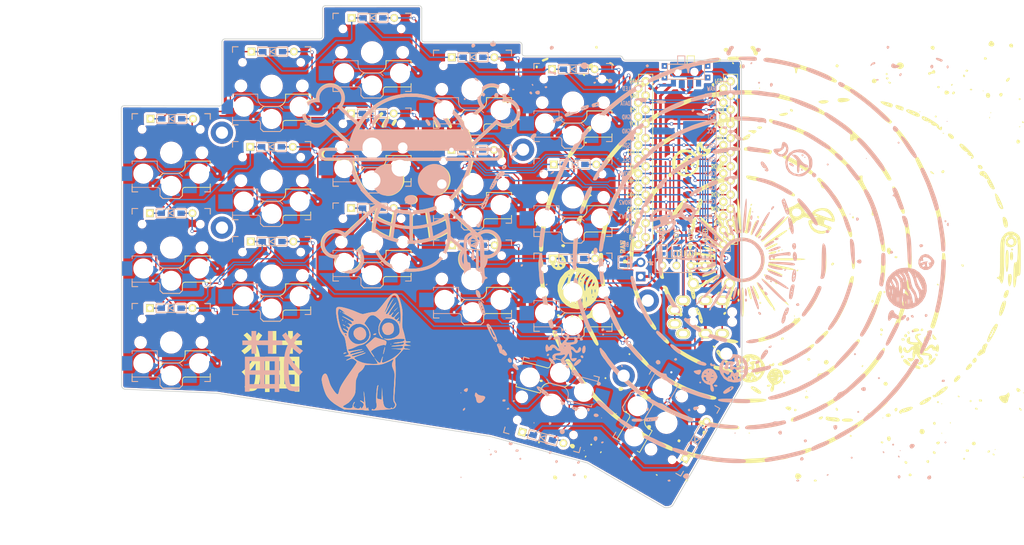
<source format=kicad_pcb>
(kicad_pcb (version 20240108) (generator "pcbnew") (generator_version "8.0")
  (title_block (title "Corne Light") (date "2018-12-26") (rev "2.1") (company "foostan"))
  (layers (0 "F.Cu" signal) (31 "B.Cu" signal) (34 "B.Paste" user) (35 "F.Paste" user) (36 "B.SilkS" user "B.Silkscreen") (37 "F.SilkS" user "F.Silkscreen") (38 "B.Mask" user) (39 "F.Mask" user) (44 "Edge.Cuts" user))
  (net 0 "")
  (net 1 "row0")
  (net 2 "row1")
  (net 3 "Net-(D2-Pad2)")
  (net 4 "row2")
  (net 5 "Net-(D3-Pad2)")
  (net 6 "row3")
  (net 7 "Net-(D4-Pad2)")
  (net 8 "Net-(D5-Pad2)")
  (net 9 "Net-(D6-Pad2)")
  (net 10 "Net-(D8-Pad2)")
  (net 11 "Net-(D9-Pad2)")
  (net 12 "Net-(D10-Pad2)")
  (net 13 "Net-(D11-Pad2)")
  (net 14 "Net-(D12-Pad2)")
  (net 15 "Net-(D14-Pad2)")
  (net 16 "Net-(D15-Pad2)")
  (net 17 "Net-(D16-Pad2)")
  (net 18 "Net-(D17-Pad2)")
  (net 19 "Net-(D18-Pad2)")
  (net 20 "Net-(D20-Pad2)")
  (net 21 "Net-(D21-Pad2)")
  (net 22 "GND")
  (net 23 "VCC")
  (net 24 "col0")
  (net 25 "col1")
  (net 26 "col2")
  (net 27 "col3")
  (net 28 "col4")
  (net 29 "col5")
  (net 30 "LED")
  (net 31 "data")
  (net 32 "reset")
  (net 33 "SCL")
  (net 34 "SDA")
  (net 35 "Net-(U1-Pad14)")
  (net 36 "Net-(U1-Pad13)")
  (net 37 "Net-(U1-Pad12)")
  (net 38 "Net-(U1-Pad11)")
  (net 39 "Net-(J1-PadA)")
  (net 40 "Net-(U1-Pad24)")
  (net 41 "BAT_PLUS")
  (net 42 "SW_RAW_1")
  (net 43 "SW_RAW_2")
  (footprint "kbd:D3_TH_SMD" (layer "F.Cu") (at 86.0044 64.3128)
    (property "Reference" "D2" (hide yes))
    (property "Value" "D" (hide yes))
  )
  (footprint "kbd:D3_TH_SMD" (layer "F.Cu") (at 104.0892 52.2732)
    (property "Reference" "D3" (hide yes))
    (property "Value" "D" (hide yes))
  )
  (footprint "kbd:D3_TH_SMD" (layer "F.Cu") (at 122.0724 46.228)
    (property "Reference" "D4" (hide yes))
    (property "Value" "D" (hide yes))
  )
  (footprint "kbd:D3_TH_SMD" (layer "F.Cu") (at 140.0048 53.2892)
    (property "Reference" "D5" (hide yes))
    (property "Value" "D" (hide yes))
  )
  (footprint "kbd:D3_TH_SMD" (layer "F.Cu") (at 157.988 55.4228)
    (property "Reference" "D6" (hide yes))
    (property "Value" "D" (hide yes))
  )
  (footprint "kbd:D3_TH_SMD" (layer "F.Cu") (at 85.9028 81.2292)
    (property "Reference" "D8" (hide yes))
    (property "Value" "D" (hide yes))
  )
  (footprint "kbd:D3_TH_SMD" (layer "F.Cu") (at 103.886 69.342)
    (property "Reference" "D9" (hide yes))
    (property "Value" "D" (hide yes))
  )
  (footprint "kbd:D3_TH_SMD" (layer "F.Cu") (at 121.9708 63.3476)
    (property "Reference" "D10" (hide yes))
    (property "Value" "D" (hide yes))
  )
  (footprint "kbd:D3_TH_SMD" (layer "F.Cu") (at 139.954 69.9008)
    (property "Reference" "D11" (hide yes))
    (property "Value" "D" (hide yes))
  )
  (footprint "kbd:D3_TH_SMD" (layer "F.Cu") (at 158.2928 72.4916)
    (property "Reference" "D12" (hide yes))
    (property "Value" "D" (hide yes))
  )
  (footprint "kbd:D3_TH_SMD" (layer "F.Cu") (at 85.9028 98.2472)
    (property "Reference" "D14" (hide yes))
    (property "Value" "D" (hide yes))
  )
  (footprint "kbd:D3_TH_SMD" (layer "F.Cu") (at 103.9876 86.3092)
    (property "Reference" "D15" (hide yes))
    (property "Value" "D" (hide yes))
  )
  (footprint "kbd:D3_TH_SMD" (layer "F.Cu") (at 121.9708 80.3148)
    (property "Reference" "D16" (hide yes))
    (property "Value" "D" (hide yes))
  )
  (footprint "kbd:D3_TH_SMD" (layer "F.Cu") (at 140.0556 86.9696)
    (property "Reference" "D17" (hide yes))
    (property "Value" "D" (hide yes))
  )
  (footprint "kbd:D3_TH_SMD" (layer "F.Cu") (at 158.0896 89.3572)
    (property "Reference" "D18" (hide yes))
    (property "Value" "D" (hide yes))
  )
  (footprint "kbd:D3_TH_SMD" (layer "F.Cu") (at 152.514282 121.460596 -15)
    (property "Reference" "D20" (hide yes))
    (property "Value" "D" (hide yes))
  )
  (footprint "kbd:D3_TH_SMD" (layer "F.Cu") (at 179.958166 121.895435 60)
    (property "Reference" "D21" (hide yes))
    (property "Value" "D" (hide yes))
  )
  (footprint "kbd:MJ-4PP-9" (layer "F.Cu") (at 187.96 100.711 -90)
    (property "Reference" "J1")
    (property "Value" "MJ-4PP-9" (hide yes))
  )
  (footprint "keyswitches:Kailh_socket_PG1350_reversible" (layer "F.Cu") (at 85.91 70.4)
    (property "Reference" "SW2" (hide yes))
    (property "Value" "SW_PUSH")
  )
  (footprint "keyswitches:Kailh_socket_PG1350_reversible" (layer "F.Cu") (at 103.91 58.4)
    (property "Reference" "SW3" (hide yes))
    (property "Value" "SW_PUSH")
  )
  (footprint "keyswitches:Kailh_socket_PG1350_reversible" (layer "F.Cu") (at 121.91 52.4)
    (property "Reference" "SW4" (hide yes))
    (property "Value" "SW_PUSH")
  )
  (footprint "keyswitches:Kailh_socket_PG1350_reversible" (layer "F.Cu") (at 139.91 59.02)
    (property "Reference" "SW5" (hide yes))
    (property "Value" "SW_PUSH")
  )
  (footprint "keyswitches:Kailh_socket_PG1350_reversible" (layer "F.Cu") (at 157.91 61.4)
    (property "Reference" "SW6" (hide yes))
    (property "Value" "SW_PUSH")
  )
  (footprint "keyswitches:Kailh_socket_PG1350_reversible" (layer "F.Cu") (at 85.91 87.4)
    (property "Reference" "SW8" (hide yes))
    (property "Value" "SW_PUSH")
  )
  (footprint "keyswitches:Kailh_socket_PG1350_reversible" (layer "F.Cu") (at 103.91 75.4)
    (property "Reference" "SW9" (hide yes))
    (property "Value" "SW_PUSH")
  )
  (footprint "keyswitches:Kailh_socket_PG1350_reversible" (layer "F.Cu") (at 121.91 69.4)
    (property "Reference" "SW10" (hide yes))
    (property "Value" "SW_PUSH")
  )
  (footprint "keyswitches:Kailh_socket_PG1350_reversible" (layer "F.Cu") (at 139.91 76.02)
    (property "Reference" "SW11" (hide yes))
    (property "Value" "SW_PUSH")
  )
  (footprint "keyswitches:Kailh_socket_PG1350_reversible" (layer "F.Cu") (at 157.91 78.4)
    (property "Reference" "SW12" (hide yes))
    (property "Value" "SW_PUSH")
  )
  (footprint "keyswitches:Kailh_socket_PG1350_reversible" (layer "F.Cu") (at 85.91 104.4)
    (property "Reference" "SW14" (hide yes))
    (property "Value" "SW_PUSH")
  )
  (footprint "keyswitches:Kailh_socket_PG1350_reversible" (layer "F.Cu") (at 103.91 92.4)
    (property "Reference" "SW15" (hide yes))
    (property "Value" "SW_PUSH")
  )
  (footprint "keyswitches:Kailh_socket_PG1350_reversible" (layer "F.Cu") (at 121.91 86.4)
    (property "Reference" "SW16" (hide yes))
    (property "Value" "SW_PUSH")
  )
  (footprint "keyswitches:Kailh_socket_PG1350_reversible" (layer "F.Cu") (at 139.91 93.025)
    (property "Reference" "SW17" (hide yes))
    (property "Value" "SW_PUSH")
  )
  (footprint "keyswitches:Kailh_socket_PG1350_reversible" (layer "F.Cu") (at 157.91 95.4)
    (property "Reference" "SW18" (hide yes))
    (property "Value" "SW_PUSH")
  )
  (footprint "keyswitches:Kailh_socket_PG1350_reversible" (layer "F.Cu") (at 154.06 115.58 165)
    (property "Reference" "SW20" (hide yes))
    (property "Value" "SW_PUSH")
  )
  (footprint "keyswitches:Kailh_socket_PG1350_reversible" (layer "F.Cu") (at 174.66 118.79 -120)
    (property "Reference" "SW21" (hide yes))
    (property "Value" "SW_PUSH")
  )
  (footprint "kbd:ProMicro_v2" (layer "F.Cu") (at 178.51 72.0784)
    (property "Reference" "U1" (hide yes))
    (property "Value" "ProMicro" (hide yes))
  )
  (footprint "foostan:Jumper" (layer "F.Cu") (at 179.07 87.9484 -90)
    (property "Reference" "JP65" (hide yes))
    (property "Value" "VCC")
  )
  (footprint "foostan:OLED" (layer "F.Cu") (at 173.93 90.6084)
    (property "Reference" "J2")
    (property "Value" "OLED" (hide yes))
  )
  (footprint "foostan:Jumper" (layer "F.Cu") (at 176.47 87.9684 -90)
    (property "Reference" "JP63" (hide yes))
    (property "Value" "SCL")
  )
  (footprint "foostan:Jumper" (layer "F.Cu") (at 173.93 87.9984 -90)
    (property "Reference" "JP61" (hide yes))
    (property "Value" " SDA")
  )
  (footprint "foostan:Jumper" (layer "F.Cu") (at 181.64 87.9388 -90)
    (property "Reference" "JP68" (hide yes))
    (property "Value" "GND")
  )
  (footprint "kbd:ResetSW" (layer "F.Cu") (at 182.753 93.853)
    (property "Reference" "RSW1" (hide yes))
    (property "Value" "Val**")
  )
  (footprint "kbd:LEGO_HOLE" (layer "F.Cu") (at 171.323 96.901)
    (property "Reference" "h2" (hide yes))
    (property "Value" "h2")
  )
  (footprint "kbd:LEGO_HOLE" (layer "F.Cu") (at 185.42 106.426)
    (property "Reference" "H1" (hide yes))
    (property "Value" "h1")
  )
  (footprint "kbd:LEGO_HOLE" (layer "F.Cu") (at 95 66.802)
    (property "Reference" "h6" (hide yes))
    (property "Value" "h6")
  )
  (footprint "kbd:LEGO_HOLE" (layer "F.Cu") (at 148.971 69.85)
    (property "Reference" "h7" (hide yes))
    (property "Value" "h7")
  )
  (footprint "kbd:LEGO_HOLE" (layer "F.Cu") (at 167.005 110.363)
    (property "Reference" "h3" (hide yes))
    (property "Value" "h3")
  )
  (footprint "kbd:LEGO_HOLE" (layer "F.Cu") (at 95 83.82)
    (property "Reference" "h5" (hide yes))
    (property "Value" "h5")
  )
  (footprint "LOGO" (layer "F.Cu") (at 120.984781 106.092299)
    (property "Reference" "G***" (hide yes))
    (property "Value" "LOGO" (hide yes))
  )
  (footprint "foostan:Jumper" (layer "F.Cu") (at 166.878 90.043 -90)
    (property "Reference" "JP61" (hide yes))
    (property "Value" "RAW")
  )
  (footprint "LOGO" (layer "F.Cu") (at 195 89.5 -90)
    (property "Reference" "G***" (hide yes))
    (property "Value" "LOGO" (hide yes))
  )
  (footprint "LOGO" (layer "F.Cu") (at 128.91 75)
    (property "Reference" "G***" (hide yes))
    (property "Value" "LOGO" (hide yes))
  )
  (footprint "LOGO" (layer "F.Cu") (at 104 110.5)
    (property "Reference" "G***" (hide yes))
    (property "Value" "LOGO" (hide yes))
  )
  (footprint "Buttons_Switches:SW_SPDT+H-MSK12C01_hor(7pin_SMD)" (layer "F.Cu") (at 178.181 55.88 180)
    (property "Reference" "SW1")
    (property "Value" "SW_SPDT")
  )
  (footprint "kbd:Battery_TH" (layer "F.Cu") (at 170.053 92.583 180)
    (property "Reference" "J3")
    (property "Value" "Conn_01x02_Female")
  )
  (footprint "foostan:Jumper" (layer "B.Cu") (at 176.48 87.9784 -90)
    (property "Reference" "JP64" (hide yes))
    (property "Value" "VCC")
  )
  (footprint "foostan:Jumper" (layer "B.Cu") (at 173.93 88.008 -90)
    (property "Reference" "JP62" (hide yes))
    (property "Value" "GND")
  )
  (footprint "foostan:Jumper" (layer "B.Cu") (at 181.64 87.9284 -90)
    (property "Reference" "JP6" (hide yes))
    (property "Value" " SDA")
  )
  (footprint "foostan:Jumper" (layer "B.Cu") (at 179.06 87.9484 -90)
    (property "Reference" "JP66" (hide yes))
    (property "Value" "SCL")
  )
  (footprint "Buttons_Switches:SW_SPDT+H-MSK12C01_hor(7pin_SMD)" (layer "B.Cu") (at 178.181 55.88)
    (property "Reference" "SW2")
    (property "Value" "SW_SPDT")
  )
  (footprint "LOGO" (layer "B.Cu") (at 120.984781 106.092299 180)
    (property "Reference" "G***" (hide yes))
    (property "Value" "LOGO" (hide yes))
  )
  (footprint "LOGO" (layer "B.Cu") (at 128.91 75 180)
    (property "Reference" "G***" (hide yes))
    (property "Value" "LOGO" (hide yes))
  )
  (footprint "foostan:Jumper" (layer "B.Cu") (at 166.878 90.043 -90)
    (property "Reference" "JP62" (hide yes))
    (property "Value" "RAW")
  )
  (footprint "LOGO" (layer "B.Cu") (at 104 110.5 180)
    (property "Reference" "G***" (hide yes))
    (property "Value" "LOGO" (hide yes))
  )
  (footprint "LOGO" (layer "B.Cu") (at 181.5 89.5 -90)
    (property "Reference" "G***" (hide yes))
    (property "Value" "LOGO" (hide yes))
  )
  (gr_line (start 187.62 53.805) (end 167.3304 53.81502) (stroke (width 0.15)) (layer "Edge.Cuts"))
  (gr_line (start 94.515447 62.020847) (end 77.4192 61.976) (stroke (width 0.15)) (layer "Edge.Cuts"))
  (gr_line (start 175.768 133.6548) (end 188.214 112.014) (stroke (width 0.15)) (layer "Edge.Cuts"))
  (gr_line (start 160.4772 125.984) (end 174.288668 133.9596) (stroke (width 0.15)) (layer "Edge.Cuts"))
  (gr_arc (start 166.360498 53.055) (mid 166.676734 53.167708) (end 166.8504 53.45502) (stroke (width 0.15)) (layer "Edge.Cuts"))
  (gr_arc (start 167.3304 53.81502) (mid 167.0304 53.71502) (end 166.8504 53.45502) (stroke (width 0.15)) (layer "Edge.Cuts"))
  (gr_line (start 166.360498 53.055) (end 149.2932 53.06902) (stroke (width 0.15)) (layer "Edge.Cuts"))
  (gr_arc (start 95.015447 61.520847) (mid 94.869 61.8744) (end 94.515447 62.020847) (stroke (width 0.15)) (layer "Edge.Cuts"))
  (gr_arc (start 95.01712 50.50682) (mid 95.163567 50.153267) (end 95.51712 50.00682) (stroke (width 0.15)) (layer "Edge.Cuts"))
  (gr_line (start 130.31 44.0362) (end 113.53 44.049553) (stroke (width 0.15)) (layer "Edge.Cuts"))
  (gr_line (start 130.81 50.0534) (end 130.81 44.5362) (stroke (width 0.15)) (layer "Edge.Cuts"))
  (gr_line (start 148.2932 50.56902) (end 131.31 50.5534) (stroke (width 0.15)) (layer "Edge.Cuts"))
  (gr_line (start 148.7932 52.56902) (end 148.7932 51.06902) (stroke (width 0.15)) (layer "Edge.Cuts"))
  (gr_line (start 95.01712 50.50682) (end 95.015447 61.520847) (stroke (width 0.15)) (layer "Edge.Cuts"))
  (gr_line (start 112.54712 50.00682) (end 95.51712 50.00682) (stroke (width 0.15)) (layer "Edge.Cuts"))
  (gr_line (start 113.03 44.549553) (end 113.04712 49.50682) (stroke (width 0.15)) (layer "Edge.Cuts"))
  (gr_arc (start 113.04712 49.50682) (mid 112.900673 49.860373) (end 112.54712 50.00682) (stroke (width 0.15)) (layer "Edge.Cuts"))
  (gr_arc (start 113.03 44.549553) (mid 113.176447 44.196) (end 113.53 44.049553) (stroke (width 0.15)) (layer "Edge.Cuts"))
  (gr_arc (start 130.31 44.0362) (mid 130.663553 44.182647) (end 130.81 44.5362) (stroke (width 0.15)) (layer "Edge.Cuts"))
  (gr_arc (start 131.31 50.5534) (mid 130.956447 50.406953) (end 130.81 50.0534) (stroke (width 0.15)) (layer "Edge.Cuts"))
  (gr_arc (start 148.2932 50.56902) (mid 148.646753 50.715467) (end 148.7932 51.06902) (stroke (width 0.15)) (layer "Edge.Cuts"))
  (gr_arc (start 149.2932 53.06902) (mid 148.939647 52.922573) (end 148.7932 52.56902) (stroke (width 0.15)) (layer "Edge.Cuts"))
  (gr_arc (start 187.62 53.805) (mid 187.973553 53.951447) (end 188.12 54.305) (stroke (width 0.15)) (layer "Edge.Cuts"))
  (gr_line (start 94.1324 113.5) (end 143.1544 121.2596) (stroke (width 0.15)) (layer "Edge.Cuts"))
  (gr_arc (start 175.768 133.6548) (mid 175.064863 133.984494) (end 174.288668 133.959599) (stroke (width 0.15)) (layer "Edge.Cuts"))
  (gr_line (start 77.0128 93.7768) (end 77.0128 110.744) (stroke (width 0.15)) (layer "Edge.Cuts"))
  (gr_line (start 76.962 62.4332) (end 77.0128 76.708) (stroke (width 0.15)) (layer "Edge.Cuts"))
  (gr_line (start 188.12 54.305) (end 188.214 112.014) (stroke (width 0.15)) (layer "Edge.Cuts"))
  (gr_line (start 77.0128 112.1156) (end 77.0128 110.744) (stroke (width 0.15)) (layer "Edge.Cuts"))
  (gr_line (start 77.0128 76.708) (end 77.0128 93.7768) (stroke (width 0.15)) (layer "Edge.Cuts"))
  (gr_arc (start 76.962 62.4332) (mid 77.095911 62.109911) (end 77.4192 61.976) (stroke (width 0.15)) (layer "Edge.Cuts"))
  (gr_line (start 77.6732 112.776) (end 94.1324 113.5) (stroke (width 0.15)) (layer "Edge.Cuts"))
  (gr_line (start 143.1544 121.2596) (end 160.4772 125.984) (stroke (width 0.15)) (layer "Edge.Cuts"))
  (gr_arc (start 77.6732 112.776) (mid 77.206227 112.582573) (end 77.0128 112.1156) (stroke (width 0.15)) (layer "Edge.Cuts"))
  (gr_text "GND" (at 168.91 60.198 0) (layer "F.SilkS") (effects (font (size 0.75 0.5) (thickness 0.125))))
  (via (at 182.118 56.896) (size 0.6) (drill 0.4) (layers "F.Cu" "B.Cu") (net 0))
  (via (at 174.371 54.864) (size 0.6) (drill 0.4) (layers "F.Cu" "B.Cu") (net 0))
  (via (at 174.371 56.896) (size 0.6) (drill 0.4) (layers "F.Cu" "B.Cu") (net 0))
  (via (at 182.118 54.864) (size 0.6) (drill 0.4) (layers "F.Cu" "B.Cu") (net 0))
  (segment (start 96.52 53.6448) (end 97.8916 52.2732) (width 0.25) (layer "F.Cu") (net 1))
  (segment (start 118.2624 46.228) (end 120.2974 46.228) (width 0.25) (layer "F.Cu") (net 1))
  (segment (start 154.178 55.4228) (end 156.213 55.4228) (width 0.25) (layer "F.Cu") (net 1))
  (segment (start 138.2298 53.2892) (end 136.1948 53.2892) (width 0.25) (layer "F.Cu") (net 1))
  (segment (start 85.5502 62.992) (end 84.2294 64.3128) (width 0.25) (layer "F.Cu") (net 1))
  (segment (start 167.894 56.515) (end 168.0972 56.7182) (width 0.25) (layer "F.Cu") (net 1))
  (segment (start 183.598 72.8404) (end 182.328 74.1104) (width 0.25) (layer "F.Cu") (net 1))
  (segment (start 168.0972 72.5876) (end 169.62 74.1104) (width 0.25) (layer "F.Cu") (net 1))
  (segment (start 102.3142 52.2732) (end 100.2792 52.2732) (width 0.25) (layer "F.Cu") (net 1))
  (segment (start 96.52 53.6448) (end 96.52 61.849) (width 0.25) (layer "F.Cu") (net 1))
  (segment (start 95.377 62.992) (end 85.5502 62.992) (width 0.25) (layer "F.Cu") (net 1))
  (segment (start 97.8916 52.2732) (end 100.2792 52.2732) (width 0.25) (layer "F.Cu") (net 1))
  (segment (start 96.52 61.849) (end 95.377 62.992) (width 0.25) (layer "F.Cu") (net 1))
  (segment (start 186.1664 72.8404) (end 183.598 72.8404) (width 0.25) (layer "F.Cu") (net 1))
  (segment (start 168.0972 56.7182) (end 168.0972 72.5876) (width 0.25) (layer "F.Cu") (net 1))
  (segment (start 84.2294 64.3128) (end 82.1944 64.3128) (width 0.25) (layer "F.Cu") (net 1))
  (segment (start 182.328 74.1104) (end 177.8 74.1104) (width 0.25) (layer "F.Cu") (net 1))
  (via (at 177.8 74.1104) (size 0.6) (drill 0.4) (layers "F.Cu" "B.Cu") (net 1))
  (via (at 167.894 56.515) (size 0.6) (drill 0.4) (layers "F.Cu" "B.Cu") (net 1))
  (segment (start 102.3142 52.2732) (end 100.2792 52.2732) (width 0.25) (layer "B.Cu") (net 1))
  (segment (start 128.7272 49.7332) (end 132.2832 53.2892) (width 0.25) (layer "B.Cu") (net 1))
  (segment (start 140.8714 55.9308) (end 138.2298 53.2892) (width 0.25) (layer "B.Cu") (net 1))
  (segment (start 152.7215 55.9308) (end 140.8714 55.9308) (width 0.25) (layer "B.Cu") (net 1))
  (segment (start 159.8452 59.055) (end 156.213 55.4228) (width 0.25) (layer "B.Cu") (net 1))
  (segment (start 120.2974 46.228) (end 118.2624 46.228) (width 0.25) (layer "B.Cu") (net 1))
  (segment (start 153.2295 55.4228) (end 152.7215 55.9308) (width 0.25) (layer "B.Cu") (net 1))
  (segment (start 165.354 59.055) (end 159.8452 59.055) (width 0.25) (layer "B.Cu") (net 1))
  (segment (start 118.2624 46.228) (end 118.2624 50.0126) (width 0.25) (layer "B.Cu") (net 1))
  (segment (start 123.8026 49.7332) (end 128.7272 49.7332) (width 0.25) (layer "B.Cu") (net 1))
  (segment (start 154.178 55.4228) (end 153.2295 55.4228) (width 0.25) (layer "B.Cu") (net 1))
  (segment (start 84.2294 64.3128) (end 82.1944 64.3128) (width 0.25) (layer "B.Cu") (net 1))
  (segment (start 118.2624 50.0126) (end 117.983 50.292) (width 0.25) (layer "B.Cu") (net 1))
  (segment (start 132.2832 53.2892) (end 136.1948 53.2892) (width 0.25) (layer "B.Cu") (net 1))
  (segment (start 105.7686 55.7276) (end 102.3142 52.2732) (width 0.25) (layer "B.Cu") (net 1))
  (segment (start 169.62 74.1104) (end 177.8 74.1104) (width 0.25) (layer "B.Cu") (net 1))
  (segment (start 138.2298 53.2892) (end 136.1948 53.2892) (width 0.25) (layer "B.Cu") (net 1))
  (segment (start 117.983 50.292) (end 115.443 50.292) (width 0.25) (layer "B.Cu") (net 1))
  (segment (start 110.0074 55.7276) (end 105.7686 55.7276) (width 0.25) (layer "B.Cu") (net 1))
  (segment (start 115.443 50.292) (end 110.0074 55.7276) (width 0.25) (layer "B.Cu") (net 1))
  (segment (start 156.213 55.4228) (end 154.178 55.4228) (width 0.25) (layer "B.Cu") (net 1))
  (segment (start 120.2974 46.228) (end 123.8026 49.7332) (width 0.25) (layer "B.Cu") (net 1))
  (segment (start 167.894 56.515) (end 165.354 59.055) (width 0.25) (layer "B.Cu") (net 1))
  (segment (start 186.1664 75.3804) (end 183.852 75.3804) (width 0.25) (layer "F.Cu") (net 2))
  (segment (start 182.582 76.6504) (end 177.8 76.6504) (width 0.25) (layer "F.Cu") (net 2))
  (segment (start 138.179 69.9008) (end 136.144 69.9008) (width 0.25) (layer "F.Cu") (net 2))
  (segment (start 183.852 75.3804) (end 182.582 76.6504) (width 0.25) (layer "F.Cu") (net 2))
  (segment (start 102.111 69.342) (end 100.076 69.342) (width 0.25) (layer "F.Cu") (net 2))
  (segment (start 120.1958 63.3476) (end 118.1608 63.3476) (width 0.25) (layer "F.Cu") (net 2))
  (segment (start 84.1278 81.2292) (end 82.0928 81.2292) (width 0.25) (layer "F.Cu") (net 2))
  (segment (start 156.5178 72.4916) (end 154.4828 72.4916) (width 0.25) (layer "F.Cu") (net 2))
  (via (at 177.8 76.6504) (size 0.6) (drill 0.4) (layers "F.Cu" "B.Cu") (net 2))
  (segment (start 164.071887 76.110969) (end 164.668918 76.708) (width 0.25) (layer "B.Cu") (net 2))
  (segment (start 138.179 69.9008) (end 136.144 69.9008) (width 0.25) (layer "B.Cu") (net 2))
  (segment (start 115.062 67.4624) (end 112.776 69.7484) (width 0.25) (layer "B.Cu") (net 2))
  (segment (start 120.1958 63.3476) (end 120.1958 64.6146) (width 0.25) (layer "B.Cu") (net 2))
  (segment (start 169.62 76.6504) (end 177.8 76.6504) (width 0.25) (layer "B.Cu") (net 2))
  (segment (start 86.5662 78.7908) (end 91.8464 78.7908) (width 0.25) (layer "B.Cu") (net 2))
  (segment (start 160.137169 76.110969) (end 164.071887 76.110969) (width 0.25) (layer "B.Cu") (net 2))
  (segment (start 100.076 72.644) (end 100.076 69.342) (width 0.25) (layer "B.Cu") (net 2))
  (segment (start 102.111 69.342) (end 100.076 69.342) (width 0.25) (layer "B.Cu") (net 2))
  (segment (start 121.7168 66.7004) (end 119.9134 64.897) (width 0.25) (layer "B.Cu") (net 2))
  (segment (start 97.3836 73.2536) (end 99.4664 73.2536) (width 0.25) (layer "B.Cu") (net 2))
  (segment (start 112.776 69.7484) (end 112.776 70.358) (width 0.25) (layer "B.Cu") (net 2))
  (segment (start 154.4828 72.4916) (end 152.5524 72.4916) (width 0.25) (layer "B.Cu") (net 2))
  (segment (start 110.236 72.898) (end 105.667 72.898) (width 0.25) (layer "B.Cu") (net 2))
  (segment (start 133.59632 67.35312) (end 125.16352 67.35312) (width 0.25) (layer "B.Cu") (net 2))
  (segment (start 84.1278 81.2292) (end 86.5662 78.7908) (width 0.25) (layer "B.Cu") (net 2))
  (segment (start 136.144 69.9008) (end 133.59632 67.35312) (width 0.25) (layer "B.Cu") (net 2))
  (segment (start 119.9134 64.897) (end 117.348 67.4624) (width 0.25) (layer "B.Cu") (net 2))
  (segment (start 151.07152 73.97248) (end 142.25068 73.97248) (width 0.25) (layer "B.Cu") (net 2))
  (segment (start 112.776 70.358) (end 110.236 72.898) (width 0.25) (layer "B.Cu") (net 2))
  (segment (start 120.1958 64.6146) (end 119.9134 64.897) (width 0.25) (layer "B.Cu") (net 2))
  (segment (start 105.667 72.898) (end 102.111 69.342) (width 0.25) (layer "B.Cu") (net 2))
  (segment (start 99.4664 73.2536) (end 100.076 72.644) (width 0.25) (layer "B.Cu") (net 2))
  (segment (start 91.8464 78.7908) (end 97.3836 73.2536) (width 0.25) (layer "B.Cu") (net 2))
  (segment (start 156.5178 72.4916) (end 154.4828 72.4916) (width 0.25) (layer "B.Cu") (net 2))
  (segment (start 125.16352 67.35312) (end 124.5108 66.7004) (width 0.25) (layer "B.Cu") (net 2))
  (segment (start 142.25068 73.97248) (end 138.179 69.9008) (width 0.25) (layer "B.Cu") (net 2))
  (segment (start 120.1958 63.3476) (end 118.1608 63.3476) (width 0.25) (layer "B.Cu") (net 2))
  (segment (start 124.5108 66.7004) (end 121.7168 66.7004) (width 0.25) (layer "B.Cu") (net 2))
  (segment (start 152.5524 72.4916) (end 151.07152 73.97248) (width 0.25) (layer "B.Cu") (net 2))
  (segment (start 84.1278 81.2292) (end 82.0928 81.2292) (width 0.25) (layer "B.Cu") (net 2))
  (segment (start 156.5178 72.4916) (end 160.137169 76.110969) (width 0.25) (layer "B.Cu") (net 2))
  (segment (start 117.348 67.4624) (end 115.062 67.4624) (width 0.25) (layer "B.Cu") (net 2))
  (segment (start 164.668918 76.708) (end 169.5624 76.708) (width 0.25) (layer "B.Cu") (net 2))
  (segment (start 89.662 66.294) (end 89.662 64.4652) (width 0.25) (layer "F.Cu") (net 3))
  (segment (start 93.726 70.358) (end 89.662 66.294) (width 0.25) (layer "F.Cu") (net 3))
  (segment (start 93.726 73.691) (end 93.726 70.358) (width 0.25) (layer "F.Cu") (net 3))
  (segment (start 87.7794 64.3128) (end 89.8144 64.3128) (width 0.25) (layer "F.Cu") (net 3))
  (via (at 94.185 74.15) (size 0.6) (drill 0.4) (layers "F.Cu" "B.Cu") (net 3))
  (segment (start 89.7636 72.0852) (end 92.1202 72.0852) (width 0.25) (layer "B.Cu") (net 3))
  (segment (start 77.635 74.15) (end 79.7506 72.0344) (width 0.25) (layer "B.Cu") (net 3))
  (segment (start 88.07952 73.76928) (end 89.7636 72.0852) (width 0.25) (layer "B.Cu") (net 3))
  (segment (start 82.845123 72.0344) (end 84.580003 73.76928) (width 0.25) (layer "B.Cu") (net 3))
  (segment (start 84.580003 73.76928) (end 88.07952 73.76928) (width 0.25) (layer "B.Cu") (net 3))
  (segment (start 79.7506 72.0344) (end 82.845123 72.0344) (width 0.25) (layer "B.Cu") (net 3))
  (segment (start 87.7794 64.3128) (end 89.8144 64.3128) (width 0.25) (layer "B.Cu") (net 3))
  (segment (start 92.1202 72.0852) (end 94.185 74.15) (width 0.25) (layer "B.Cu") (net 3))
  (segment (start 156.3146 89.3572) (end 154.2796 89.3572) (width 0.25) (layer "F.Cu") (net 4))
  (segment (start 174.625 83.693) (end 174.625 79.248) (width 0.25) (layer "F.Cu") (net 4))
  (segment (start 182.836 79.1904) (end 177.8 79.1904) (width 0.25) (layer "F.Cu") (net 4))
  (segment (start 84.1278 98.2472) (end 82.0928 98.2472) (width 0.25) (layer "F.Cu") (net 4))
  (segment (start 184.106 77.9204) (end 182.836 79.1904) (width 0.25) (layer "F.Cu") (net 4))
  (segment (start 138.2806 86.9696) (end 136.2456 86.9696) (width 0.25) (layer "F.Cu") (net 4))
  (segment (start 186.1664 77.9204) (end 184.106 77.9204) (width 0.25) (layer "F.Cu") (net 4))
  (segment (start 120.1958 80.3148) (end 118.1608 80.3148) (width 0.25) (layer "F.Cu") (net 4))
  (segment (start 102.2126 86.3092) (end 100.1776 86.3092) (width 0.25) (layer "F.Cu") (net 4))
  (via (at 174.625 79.248) (size 0.6) (drill 0.4) (layers "F.Cu" "B.Cu") (net 4))
  (via (at 177.8 79.1904) (size 0.6) (drill 0.4) (layers "F.Cu" "B.Cu") (net 4))
  (via (at 174.625 83.693) (size 0.6) (drill 0.4) (layers "F.Cu" "B.Cu") (net 4))
  (segment (start 160.714911 93.757511) (end 168.306511 93.757511) (width 0.25) (layer "B.Cu") (net 4))
  (segment (start 97.0788 90.0176) (end 92.456 94.6404) (width 0.25) (layer "B.Cu") (net 4))
  (segment (start 102.2126 87.7794) (end 99.9744 90.0176) (width 0.25) (layer "B.Cu") (net 4))
  (segment (start 172.72 92.583) (end 172.72 86.868) (width 0.25) (layer "B.Cu") (net 4))
  (segment (start 138.2806 86.9696) (end 136.2456 86.9696) (width 0.25) (layer "B.Cu") (net 4))
  (segment (start 92.456 94.6404) (end 92.456 96.0628) (width 0.25) (layer "B.Cu") (net 4))
  (segment (start 130.4544 86.9696) (end 126.9492 83.4644) (width 0.25) (layer "B.Cu") (net 4))
  (segment (start 173.482 86.106) (end 174.625 84.963) (width 0.25) (layer "B.Cu") (net 4))
  (segment (start 168.656 94.107) (end 171.196 94.107) (width 0.25) (layer "B.Cu") (net 4))
  (segment (start 123.3454 83.4644) (end 120.1958 80.3148) (width 0.25) (layer "B.Cu") (net 4))
  (segment (start 102.2126 86.3092) (end 102.2126 87.7794) (width 0.25) (layer "B.Cu") (net 4))
  (segment (start 145.9992 90.3732) (end 141.6842 90.3732) (width 0.25) (layer "B.Cu") (net 4))
  (segment (start 109.8296 90.1192) (end 106.0226 90.1192) (width 0.25) (layer "B.Cu") (net 4))
  (segment (start 85.5502 96.8248) (end 84.1278 98.2472) (width 0.25) (layer "B.Cu") (net 4))
  (segment (start 172.72 86.868) (end 173.482 86.106) (width 0.25) (layer "B.Cu") (net 4))
  (segment (start 120.1958 80.3148) (end 118.1608 80.3148) (width 0.25) (layer "B.Cu") (net 4))
  (segment (start 156.3146 89.3572) (end 160.714911 93.757511) (width 0.25) (layer "B.Cu") (net 4))
  (segment (start 141.6842 90.3732) (end 138.2806 86.9696) (width 0.25) (layer "B.Cu") (net 4))
  (segment (start 120.1958 82.6486) (end 118.3132 84.5312) (width 0.25) (layer "B.Cu") (net 4))
  (segment (start 99.9744 90.0176) (end 97.0788 90.0176) (width 0.25) (layer "B.Cu") (net 4))
  (segment (start 92.456 96.0628) (end 91.694 96.8248) (width 0.25) (layer "B.Cu") (net 4))
  (segment (start 84.1278 98.2472) (end 82.0928 98.2472) (width 0.25) (layer "B.Cu") (net 4))
  (segment (start 91.694 96.8248) (end 85.5502 96.8248) (width 0.25) (layer "B.Cu") (net 4))
  (segment (start 115.4176 84.5312) (end 109.8296 90.1192) (width 0.25) (layer "B.Cu") (net 4))
  (segment (start 169.62 79.1904) (end 177.8 79.1904) (width 0.25) (layer "B.Cu") (net 4))
  (segment (start 118.3132 84.5312) (end 115.4176 84.5312) (width 0.25) (layer "B.Cu") (net 4))
  (segment (start 156.3146 89.3572) (end 154.2796 89.3572) (width 0.25) (layer "B.Cu") (net 4))
  (segment (start 136.2456 86.9696) (end 130.4544 86.9696) (width 0.25) (layer "B.Cu") (net 4))
  (segment (start 120.1958 80.3148) (end 120.1958 82.6486) (width 0.25) (layer "B.Cu") (net 4))
  (segment (start 171.196 94.107) (end 172.72 92.583) (width 0.25) (layer "B.Cu") (net 4))
  (segment (start 174.625 84.963) (end 174.625 83.693) (width 0.25) (layer "B.Cu") (net 4))
  (segment (start 147.0152 89.3572) (end 145.9992 90.3732) (width 0.25) (layer "B.Cu") (net 4))
  (segment (start 154.2796 89.3572) (end 147.0152 89.3572) (width 0.25) (layer "B.Cu") (net 4))
  (segment (start 102.2126 86.3092) (end 100.1776 86.3092) (width 0.25) (layer "B.Cu") (net 4))
  (segment (start 126.9492 83.4644) (end 123.3454 83.4644) (width 0.25) (layer "B.Cu") (net 4))
  (segment (start 168.306511 93.757511) (end 168.656 94.107) (width 0.25) (layer "B.Cu") (net 4))
  (segment (start 106.0226 90.1192) (end 102.2126 86.3092) (width 0.25) (layer "B.Cu") (net 4))
  (segment (start 105.8642 52.2732) (end 107.8992 52.2732) (width 0.25) (layer "F.Cu") (net 5))
  (segment (start 111.1504 52.3748) (end 111.1504 61.1154) (width 0.25) (layer "F.Cu") (net 5))
  (via (at 112.185 62.15) (size 0.6) (drill 0.4) (layers "F.Cu" "B.Cu") (net 5))
  (via (at 111.1504 52.3748) (size 0.6) (drill 0.4) (layers "F.Cu" "B.Cu") (net 5))
  (segment (start 101.266257 61.3664) (end 106.8832 61.3664) (width 0.25) (layer "B.Cu") (net 5))
  (segment (start 106.8832 61.3664) (end 108.1024 60.1472) (width 0.25) (layer "B.Cu") (net 5))
  (segment (start 105.8642 52.2732) (end 107.8992 52.2732) (width 0.25) (layer "B.Cu") (net 5))
  (segment (start 107.8992 52.2732) (end 111.0488 52.2732) (width 0.25) (layer "B.Cu") (net 5))
  (segment (start 97.6378 60.1472) (end 100.047057 60.1472) (width 0.25) (layer "B.Cu") (net 5))
  (segment (start 95.635 62.15) (end 97.6378 60.1472) (width 0.25) (layer "B.Cu") (net 5))
  (segment (start 110.1822 60.1472) (end 112.185 62.15) (width 0.25) (layer "B.Cu") (net 5))
  (segment (start 100.047057 60.1472) (end 101.266257 61.3664) (width 0.25) (layer "B.Cu") (net 5))
  (segment (start 108.1024 60.1472) (end 110.1822 60.1472) (width 0.25) (layer "B.Cu") (net 5))
  (segment (start 111.0488 52.2732) (end 111.1504 52.3748) (width 0.25) (layer "B.Cu") (net 5))
  (segment (start 180.975 101.092) (end 179.7812 102.2858) (width 0.25) (layer "F.Cu") (net 6))
  (segment (start 180.975 98.679) (end 180.975 101.092) (width 0.25) (layer "F.Cu") (net 6))
  (segment (start 179.7812 102.2858) (end 179.7812 112.776) (width 0.25) (layer "F.Cu") (net 6))
  (segment (start 179.8828 95.9612) (end 179.8828 97.5868) (width 0.25) (layer "F.Cu") (net 6))
  (segment (start 150.799764 121.001192) (end 149.360802 121.001192) (width 0.25) (layer "F.Cu") (net 6))
  (segment (start 179.7812 112.776) (end 179.197 113.3602) (width 0.25) (layer "F.Cu") (net 6))
  (segment (start 178.373611 81.756789) (end 178.4 81.7304) (width 0.25) (layer "F.Cu") (net 6))
  (segment (start 179.070666 124.177492) (end 178.053166 125.194992) (width 0.25) (layer "F.Cu") (net 6))
  (segment (start 182.836 81.7304) (end 183.923001 80.643399) (width 0.25) (layer "F.Cu") (net 6))
  (segment (start 179.197 119.634) (end 179.070666 119.760334) (width 0.25) (layer "F.Cu") (net 6))
  (segment (start 179.197 113.3602) (end 179.197 119.634) (width 0.25) (layer "F.Cu") (net 6))
  (segment (start 149.360802 121.001192) (end 148.834105 120.474495) (width 0.25) (layer "F.Cu") (net 6))
  (segment (start 183.642 92.202) (end 179.8828 95.9612) (width 0.25) (layer "F.Cu") (net 6))
  (segment (start 179.070666 123.43263) (end 179.070666 124.177492) (width 0.25) (layer "F.Cu") (net 6))
  (segment (start 179.8828 97.5868) (end 180.975 98.679) (width 0.25) (layer "F.Cu") (net 6))
  (segment (start 179.070666 119.760334) (end 179.070666 123.43263) (width 0.25) (layer "F.Cu") (net 6))
  (segment (start 178.4 81.7304) (end 182.836 81.7304) (width 0.25) (layer "F.Cu") (net 6))
  (segment (start 183.642 91.186) (end 183.642 92.202) (width 0.25) (layer "F.Cu") (net 6))
  (segment (start 183.923001 80.643399) (end 185.983401 80.643399) (width 0.25) (layer "F.Cu") (net 6))
  (via (at 183.0324 81.534) (size 0.6) (drill 0.4) (layers "F.Cu" "B.Cu") (net 6))
  (via (at 178.373611 81.756789) (size 0.6) (drill 0.4) (layers "F.Cu" "B.Cu") (net 6))
  (via (at 183.642 91.186) (size 0.6) (drill 0.4) (layers "F.Cu" "B.Cu") (net 6))
  (segment (start 178.053166 124.45013) (end 179.070666 123.43263) (width 0.25) (layer "B.Cu") (net 6))
  (segment (start 152.420956 119.38) (end 163.068 119.38) (width 0.25) (layer "B.Cu") (net 6))
  (segment (start 176.403 126.873) (end 178.053166 125.222834) (width 0.25) (layer "B.Cu") (net 6))
  (segment (start 183.5912 91.1352) (end 183.642 91.186) (width 0.25) (layer "B.Cu") (net 6))
  (segment (start 178.347222 81.7304) (end 178.373611 81.756789) (width 0.25) (layer "B.Cu") (net 6))
  (segment (start 150.799764 121.001192) (end 149.360802 121.001192) (width 0.25) (layer "B.Cu") (net 6))
  (segment (start 183.0324 86.2584) (end 183.5912 86.8172) (width 0.25) (layer "B.Cu") (net 6))
  (segment (start 170.561 126.873) (end 176.403 126.873) (width 0.25) (layer "B.Cu") (net 6))
  (segment (start 178.053166 125.194992) (end 178.053166 124.45013) (width 0.25) (layer "B.Cu") (net 6))
  (segment (start 150.799764 121.001192) (end 152.420956 119.38) (width 0.25) (layer "B.Cu") (net 6))
  (segment (start 149.360802 121.001192) (end 148.834105 120.474495) (width 0.25) (layer "B.Cu") (net 6))
  (segment (start 163.068 119.38) (end 170.561 126.873) (width 0.25) (layer "B.Cu") (net 6))
  (segment (start 183.0324 81.534) (end 183.0324 86.2584) (width 0.25) (layer "B.Cu") (net 6))
  (segment (start 169.62 81.7304) (end 178.347222 81.7304) (width 0.25) (layer "B.Cu") (net 6))
  (segment (start 183.5912 86.8172) (end 183.5912 91.1352) (width 0.25) (layer "B.Cu") (net 6))
  (segment (start 129.794 46.736) (end 129.794 55.759) (width 0.25) (layer "F.Cu") (net 7))
  (segment (start 129.3876 46.3296) (end 129.794 46.736) (width 0.25) (layer "F.Cu") (net 7))
  (segment (start 123.8474 46.228) (end 125.8824 46.228) (width 0.25) (layer "F.Cu") (net 7))
  (via (at 129.3876 46.3296) (size 0.6) (drill 0.4) (layers "F.Cu" "B.Cu") (net 7))
  (via (at 130.185 56.15) (size 0.6) (drill 0.4) (layers "F.Cu" "B.Cu") (net 7))
  (segment (start 113.635 56.15) (end 115.683 54.102) (width 0.25) (layer "B.Cu") (net 7))
  (segment (start 117.7544 54.102) (end 118.9736 55.3212) (width 0.25) (layer "B.Cu") (net 7))
  (segment (start 129.3876 46.3296) (end 129.286 46.228) (width 0.25) (layer "B.Cu") (net 7))
  (segment (start 115.683 54.102) (end 117.7544 54.102) (width 0.25) (layer "B.Cu") (net 7))
  (segment (start 125.7808 54.2036) (end 128.2386 54.2036) (width 0.25) (layer "B.Cu") (net 7))
  (segment (start 118.9736 55.3212) (end 124.6632 55.3212) (width 0.25) (layer "B.Cu") (net 7))
  (segment (start 124.6632 55.3212) (end 125.7808 54.2036) (width 0.25) (layer "B.Cu") (net 7))
  (segment (start 125.8824 46.228) (end 123.8474 46.228) (width 0.25) (layer "B.Cu") (net 7))
  (segment (start 128.2386 54.2036) (end 130.185 56.15) (width 0.25) (layer "B.Cu") (net 7))
  (segment (start 129.286 46.228) (end 125.8824 46.228) (width 0.25) (layer "B.Cu") (net 7))
  (segment (start 148.185 53.5954) (end 148.185 62.77) (width 0.25) (layer "F.Cu") (net 8))
  (segment (start 148.0312 53.4416) (end 148.185 53.5954) (width 0.25) (layer "F.Cu") (net 8))
  (segment (start 141.7798 53.2892) (end 143.8148 53.2892) (width 0.25) (layer "F.Cu") (net 8))
  (via (at 148.0312 53.4416) (size 0.6) (drill 0.4) (layers "F.Cu" "B.Cu") (net 8))
  (via (at 148.185 62.77) (size 0.6) (drill 0.4) (layers "F.Cu" "B.Cu") (net 8))
  (segment (start 147.8788 53.2892) (end 148.0312 53.4416) (width 0.25) (layer "B.Cu") (net 8))
  (segment (start 142.1384 62.3824) (end 143.8148 60.706) (width 0.25) (layer "B.Cu") (net 8))
  (segment (start 143.8148 60.706) (end 146.121 60.706) (width 0.25) (layer "B.Cu") (net 8))
  (segment (start 133.699 60.706) (end 136.0424 60.706) (width 0.25) (layer "B.Cu") (net 8))
  (segment (start 143.8148 53.2892) (end 147.8788 53.2892) (width 0.25) (layer "B.Cu") (net 8))
  (segment (start 137.7188 62.3824) (end 142.1384 62.3824) (width 0.25) (layer "B.Cu") (net 8))
  (segment (start 131.635 62.77) (end 133.699 60.706) (width 0.25) (layer "B.Cu") (net 8))
  (segment (start 136.0424 60.706) (end 137.7188 62.3824) (width 0.25) (layer "B.Cu") (net 8))
  (segment (start 146.121 60.706) (end 148.185 62.77) (width 0.25) (layer "B.Cu") (net 8))
  (segment (start 141.7798 53.2892) (end 143.8148 53.2892) (width 0.25) (layer "B.Cu") (net 8))
  (segment (start 166.185 55.5934) (end 166.116 55.5244) (width 0.25) (layer "F.Cu") (net 9))
  (segment (start 159.763 55.4228) (end 161.798 55.4228) (width 0.25) (layer "F.Cu") (net 9))
  (segment (start 166.185 65.15) (end 166.185 55.5934) (width 0.25) (layer "F.Cu") (net 9))
  (via (at 166.116 55.5244) (size 0.6) (drill 0.4) (layers "F.Cu" "B.Cu") (net 9))
  (via (at 166.185 65.15) (size 0.6) (drill 0.4) (layers "F.Cu" "B.Cu") (net 9))
  (segment (start 160.6296 62.8904) (end 163.9254 62.8904) (width 0.25) (layer "B.Cu") (net 9))
  (segment (start 151.6914 63.0936) (end 155.956 63.0936) (width 0.25) (layer "B.Cu") (net 9))
  (segment (start 155.956 63.0936) (end 156.7688 63.9064) (width 0.25) (layer "B.Cu") (net 9))
  (segment (start 166.0144 55.4228) (end 161.798 55.4228) (width 0.25) (layer "B.Cu") (net 9))
  (segment (start 166.116 55.5244) (end 166.0144 55.4228) (width 0.25) (layer "B.Cu") (net 9))
  (segment (start 156.7688 63.9064) (end 159.6136 63.9064) (width 0.25) (layer "B.Cu") (net 9))
  (segment (start 159.6136 63.9064) (end 160.6296 62.8904) (width 0.25) (layer "B.Cu") (net 9))
  (segment (start 163.9254 62.8904) (end 166.185 65.15) (width 0.25) (layer "B.Cu") (net 9))
  (segment (start 161.798 55.4228) (end 159.763 55.4228) (width 0.25) (layer "B.Cu") (net 9))
  (segment (start 149.635 65.15) (end 151.6914 63.0936) (width 0.25) (layer "B.Cu") (net 9))
  (segment (start 87.6778 81.2292) (end 89.7128 81.2292) (width 0.25) (layer "F.Cu") (net 10))
  (segment (start 94.185 87.708) (end 94.185 91.15) (width 0.25) (layer "F.Cu") (net 10))
  (segment (start 90.932 84.455) (end 94.185 87.708) (width 0.25) (layer "F.Cu") (net 10))
  (segment (start 89.662 84.455) (end 90.932 84.455) (width 0.25) (layer "F.Cu") (net 10))
  (via (at 94.185 91.15) (size 0.6) (drill 0.4) (layers "F.Cu" "B.Cu") (net 10))
  (via (at 89.662 84.455) (size 0.6) (drill 0.4) (layers "F.Cu" "B.Cu") (net 10))
  (segment (start 79.7326 89.0524) (end 82.1436 89.0524) (width 0.25) (layer "B.Cu") (net 10))
  (segment (start 87.6778 81.2292) (end 89.7128 81.2292) (width 0.25) (layer "B.Cu") (net 10))
  (segment (start 83.7692 90.678) (end 88.138 90.678) (width 0.25) (layer "B.Cu") (net 10))
  (segment (start 89.860511 88.955489) (end 91.990489 88.955489) (width 0.25) (layer "B.Cu") (net 10))
  (segment (start 91.990489 88.955489) (end 94.185 91.15) (width 0.25) (layer "B.Cu") (net 10))
  (segment (start 82.1436 89.0524) (end 83.7692 90.678) (width 0.25) (layer "B.Cu") (net 10))
  (segment (start 77.635 91.15) (end 79.7326 89.0524) (width 0.25) (layer "B.Cu") (net 10))
  (segment (start 88.138 90.678) (end 89.860511 88.955489) (width 0.25) (layer "B.Cu") (net 10))
  (segment (start 89.662 84.455) (end 89.662 81.28) (width 0.25) (layer "B.Cu") (net 10))
  (segment (start 111.76 70.2056) (end 112.185 70.6306) (width 0.25) (layer "F.Cu") (net 11))
  (segment (start 105.661 69.342) (end 107.696 69.342) (width 0.25) (layer "F.Cu") (net 11))
  (segment (start 112.185 70.6306) (end 112.185 79.15) (width 0.25) (layer "F.Cu") (net 11))
  (via (at 112.185 79.15) (size 0.6) (drill 0.4) (layers "F.Cu" "B.Cu") (net 11))
  (via (at 111.76 70.2056) (size 0.6) (drill 0.4) (layers "F.Cu" "B.Cu") (net 11))
  (segment (start 110.1494 77.1144) (end 112.185 79.15) (width 0.25) (layer "B.Cu") (net 11))
  (segment (start 106.426 78.3336) (end 107.6452 77.1144) (width 0.25) (layer "B.Cu") (net 11))
  (segment (start 101.6 78.3336) (end 106.426 78.3336) (width 0.25) (layer "B.Cu") (net 11))
  (segment (start 100.2792 77.0128) (end 101.6 78.3336) (width 0.25) (layer "B.Cu") (net 11))
  (segment (start 97.7722 77.0128) (end 100.2792 77.0128) (width 0.25) (layer "B.Cu") (net 11))
  (segment (start 107.6452 77.1144) (end 110.1494 77.1144) (width 0.25) (layer "B.Cu") (net 11))
  (segment (start 110.8964 69.342) (end 111.76 70.2056) (width 0.25) (layer "B.Cu") (net 11))
  (segment (start 107.696 69.342) (end 105.661 69.342) (width 0.25) (layer "B.Cu") (net 11))
  (segment (start 107.696 69.342) (end 110.8964 69.342) (width 0.25) (layer "B.Cu") (net 11))
  (segment (start 95.635 79.15) (end 97.7722 77.0128) (width 0.25) (layer "B.Cu") (net 11))
  (segment (start 130.185 64.3482) (end 130.185 73.15) (width 0.25) (layer "F.Cu") (net 12))
  (segment (start 123.7458 63.3476) (end 125.7808 63.3476) (width 0.25) (layer "F.Cu") (net 12))
  (segment (start 129.4892 63.6524) (end 130.185 64.3482) (width 0.25) (layer "F.Cu") (net 12))
  (via (at 130.185 73.15) (size 0.6) (drill 0.4) (layers "F.Cu" "B.Cu") (net 12))
  (via (at 129.4892 63.6524) (size 0.6) (drill 0.4) (layers "F.Cu" "B.Cu") (net 12))
  (segment (start 119.6848 72.644) (end 124.1552 72.644) (width 0.25) (layer "B.Cu") (net 12))
  (segment (start 113.635 73.15) (end 115.8174 70.9676) (width 0.25) (layer "B.Cu") (net 12))
  (segment (start 125.7808 63.3476) (end 129.1844 63.3476) (width 0.25) (layer "B.Cu") (net 12))
  (segment (start 118.0084 70.9676) (end 119.6848 72.644) (width 0.25) (layer "B.Cu") (net 12))
  (segment (start 124.1552 72.644) (end 125.8316 70.9676) (width 0.25) (layer "B.Cu") (net 12))
  (segment (start 128.0026 70.9676) (end 130.185 73.15) (width 0.25) (layer "B.Cu") (net 12))
  (segment (start 125.8316 70.9676) (end 128.0026 70.9676) (width 0.25) (layer "B.Cu") (net 12))
  (segment (start 115.8174 70.9676) (end 118.0084 70.9676) (width 0.25) (layer "B.Cu") (net 12))
  (segment (start 123.7458 63.3476) (end 125.7808 63.3476) (width 0.25) (layer "B.Cu") (net 12))
  (segment (start 129.1844 63.3476) (end 129.4892 63.6524) (width 0.25) (layer "B.Cu") (net 12))
  (segment (start 143.764 69.9008) (end 143.764 73.152) (width 0.25) (layer "F.Cu") (net 13))
  (segment (start 148.185 75.033) (end 148.185 79.77) (width 0.25) (layer "F.Cu") (net 13))
  (segment (start 144.653 74.041) (end 147.193 74.041) (width 0.25) (layer "F.Cu") (net 13))
  (segment (start 147.193 74.041) (end 148.185 75.033) (width 0.25) (layer "F.Cu") (net 13))
  (segment (start 143.764 73.152) (end 144.653 74.041) (width 0.25) (layer "F.Cu") (net 13))
  (segment (start 141.729 69.9008) (end 143.764 69.9008) (width 0.25) (layer "F.Cu") (net 13))
  (via (at 148.185 79.77) (size 0.6) (drill 0.4) (layers "F.Cu" "B.Cu") (net 13))
  (segment (start 146.139 77.724) (end 148.185 79.77) (width 0.25) (layer "B.Cu") (net 13))
  (segment (start 142.18152 79.25568) (end 143.7132 77.724) (width 0.25) (layer "B.Cu") (net 13))
  (segment (start 141.729 69.9008) (end 143.764 69.9008) (width 0.25) (layer "B.Cu") (net 13))
  (segment (start 131.635 79.77) (end 133.7826 77.6224) (width 0.25) (layer "B.Cu") (net 13))
  (segment (start 133.7826 77.6224) (end 137.080323 77.6224) (width 0.25) (layer "B.Cu") (net 13))
  (segment (start 137.080323 77.6224) (end 138.713603 79.25568) (width 0.25) (layer "B.Cu") (net 13))
  (segment (start 143.7132 77.724) (end 146.139 77.724) (width 0.25) (layer "B.Cu") (net 13))
  (segment (start 138.713603 79.25568) (end 142.18152 79.25568) (width 0.25) (layer "B.Cu") (net 13))
  (segment (start 166.185 73.9322) (end 166.185 82.15) (width 0.25) (layer "F.Cu") (net 14))
  (segment (start 166.116 73.8632) (end 166.185 73.9322) (width 0.25) (layer "F.Cu") (net 14))
  (segment (start 160.0678 72.4916) (end 162.1028 72.4916) (width 0.25) (layer "F.Cu") (net 14))
  (via (at 166.185 82.15) (size 0.6) (drill 0.4) (layers "F.Cu" "B.Cu") (net 14))
  (via (at 166.116 73.8632) (size 0.6) (drill 0.4) (layers "F.Cu" "B.Cu") (net 14))
  (segment (start 161.722518 79.8576) (end 163.8926 79.8576) (width 0.25) (layer "B.Cu") (net 14))
  (segment (start 151.8258 79.9592) (end 154.0256 79.9592) (width 0.25) (layer "B.Cu") (net 14))
  (segment (start 163.8926 79.8576) (end 166.185 82.15) (width 0.25) (layer "B.Cu") (net 14))
  (segment (start 164.7444 72.4916) (end 162.1028 72.4916) (width 0.25) (layer "B.Cu") (net 14))
  (segment (start 160.0678 72.4916) (end 162.1028 72.4916) (width 0.25) (layer "B.Cu") (net 14))
  (segment (start 154.0256 79.9592) (end 155.6004 81.534) (width 0.25) (layer "B.Cu") (net 14))
  (segment (start 155.6004 81.534) (end 160.046118 81.534) (width 0.25) (layer "B.Cu") (net 14))
  (segment (start 166.116 73.8632) (end 164.7444 72.4916) (width 0.25) (layer "B.Cu") (net 14))
  (segment (start 149.635 82.15) (end 151.8258 79.9592) (width 0.25) (layer "B.Cu") (net 14))
  (segment (start 160.046118 81.534) (end 161.722518 79.8576) (width 0.25) (layer "B.Cu") (net 14))
  (segment (start 94.185 98.9094) (end 94.185 108.15) (width 0.25) (layer "F.Cu") (net 15))
  (segment (start 87.6778 98.2472) (end 89.7128 98.2472) (width 0.25) (layer "F.Cu") (net 15))
  (segment (start 93.8784 98.6028) (end 94.185 98.9094) (width 0.25) (layer "F.Cu") (net 15))
  (via (at 94.185 108.15) (size 0.6) (drill 0.4) (layers "F.Cu" "B.Cu") (net 15))
  (via (at 93.8784 98.6028) (size 0.6) (drill 0.4) (layers "F.Cu" "B.Cu") (net 15))
  (segment (start 79.7146 106.0704) (end 81.8388 106.0704) (width 0.25) (layer "B.Cu") (net 15))
  (segment (start 88.4936 107.6452) (end 90.0176 106.1212) (width 0.25) (layer "B.Cu") (net 15))
  (segment (start 92.1562 106.1212) (end 94.185 108.15) (width 0.25) (layer "B.Cu") (net 15))
  (segment (start 83.4136 107.6452) (end 88.4936 107.6452) (width 0.25) (layer "B.Cu") (net 15))
  (segment (start 93.5228 98.2472) (end 93.8784 98.6028) (width 0.25) (layer "B.Cu") (net 15))
  (segment (start 89.7128 98.2472) (end 93.5228 98.2472) (width 0.25) (layer "B.Cu") (net 15))
  (segment (start 77.635 108.15) (end 79.7146 106.0704) (width 0.25) (layer "B.Cu") (net 15))
  (segment (start 90.0176 106.1212) (end 92.1562 106.1212) (width 0.25) (layer "B.Cu") (net 15))
  (segment (start 81.8388 106.0704) (end 83.4136 107.6452) (width 0.25) (layer "B.Cu") (net 15))
  (segment (start 87.6778 98.2472) (end 89.7128 98.2472) (width 0.25) (layer "B.Cu") (net 15))
  (segment (start 111.3028 86.614) (end 111.3028 95.2678) (width 0.25) (layer "F.Cu") (net 16))
  (segment (start 105.7626 86.3092) (end 107.7976 86.3092) (width 0.25) (layer "F.Cu") (net 16))
  (via (at 112.185 96.15) (size 0.6) (drill 0.4) (layers "F.Cu" "B.Cu") (net 16))
  (via (at 111.3028 86.614) (size 0.6) (drill 0.4) (layers "F.Cu" "B.Cu") (net 16))
  (segment (start 107.5944 94.0816) (end 110.1166 94.0816) (width 0.25) (layer "B.Cu") (net 16))
  (segment (start 97.7034 94.0816) (end 100.4316 94.0816) (width 0.25) (layer "B.Cu") (net 16))
  (segment (start 110.998 86.3092) (end 111.3028 86.614) (width 0.25) (layer "B.Cu") (net 16))
  (segment (start 105.918 95.758) (end 107.5944 94.0816) (width 0.25) (layer "B.Cu") (net 16))
  (segment (start 105.7626 86.3092) (end 107.7976 86.3092) (width 0.25) (layer "B.Cu") (net 16))
  (segment (start 107.7976 86.3092) (end 110.998 86.3092) (width 0.25) (layer "B.Cu") (net 16))
  (segment (start 110.1166 94.0816) (end 112.185 96.15) (width 0.25) (layer "B.Cu") (net 16))
  (segment (start 102.108 95.758) (end 105.918 95.758) (width 0.25) (layer "B.Cu") (net 16))
  (segment (start 100.4316 94.0816) (end 102.108 95.758) (width 0.25) (layer "B.Cu") (net 16))
  (segment (start 95.635 96.15) (end 97.7034 94.0816) (width 0.25) (layer "B.Cu") (net 16))
  (segment (start 123.7458 80.3148) (end 125.7808 80.3148) (width 0.25) (layer "F.Cu") (net 17))
  (segment (start 130.185 81.9758) (end 130.185 90.15) (width 0.25) (layer "F.Cu") (net 17))
  (segment (start 129.0828 80.8736) (end 130.185 81.9758) (width 0.25) (layer "F.Cu") (net 17))
  (via (at 130.185 90.15) (size 0.6) (drill 0.4) (layers "F.Cu" "B.Cu") (net 17))
  (via (at 129.0828 80.8736) (size 0.6) (drill 0.4) (layers "F.Cu" "B.Cu") (net 17))
  (segment (start 128.524 80.3148) (end 129.0828 80.8736) (width 0.25) (layer "B.Cu") (net 17))
  (segment (start 124.1552 89.408) (end 125.4252 88.138) (width 0.25) (layer "B.Cu") (net 17))
  (segment (start 119.5832 89.408) (end 124.1552 89.408) (width 0.25) (layer "B.Cu") (net 17))
  (segment (start 125.7808 80.3148) (end 128.524 80.3148) (width 0.25) (layer "B.Cu") (net 17))
  (segment (start 115.7486 88.0364) (end 118.2116 88.0364) (width 0.25) (layer "B.Cu") (net 17))
  (segment (start 125.4252 88.138) (end 128.173 88.138) (width 0.25) (layer "B.Cu") (net 17))
  (segment (start 118.2116 88.0364) (end 119.5832 89.408) (width 0.25) (layer "B.Cu") (net 17))
  (segment (start 123.7458 80.3148) (end 125.7808 80.3148) (width 0.25) (layer "B.Cu") (net 17))
  (segment (start 128.173 88.138) (end 130.185 90.15) (width 0.25) (layer "B.Cu") (net 17))
  (segment (start 113.635 90.15) (end 115.7486 88.0364) (width 0.25) (layer "B.Cu") (net 17))
  (segment (start 148.185 87.1234) (end 148.185 96.775) (width 0.25) (layer "F.Cu") (net 18))
  (segment (start 141.8306 86.9696) (end 143.8656 86.9696) (width 0.25) (layer "F.Cu") (net 18))
  (segment (start 148.1328 87.0712) (end 148.185 87.1234) (width 0.25) (layer "F.Cu") (net 18))
  (via (at 148.185 96.775) (size 0.6) (drill 0.4) (layers "F.Cu" "B.Cu") (net 18))
  (via (at 148.1328 87.0712) (size 0.6) (drill 0.4) (layers "F.Cu" "B.Cu") (net 18))
  (segment (start 148.0312 86.9696) (end 148.1328 87.0712) (width 0.25) (layer "B.Cu") (net 18))
  (segment (start 145.9996 94.5896) (end 148.185 96.775) (width 0.25) (layer "B.Cu") (net 18))
  (segment (start 143.8148 94.5896) (end 145.9996 94.5896) (width 0.25) (layer "B.Cu") (net 18))
  (segment (start 137.922 96.4184) (end 141.986 96.4184) (width 0.25) (layer "B.Cu") (net 18))
  (segment (start 133.8712 94.5388) (end 136.0424 94.5388) (width 0.25) (layer "B.Cu") (net 18))
  (segment (start 141.986 96.4184) (end 143.8148 94.5896) (width 0.25) (layer "B.Cu") (net 18))
  (segment (start 131.635 96.775) (end 133.8712 94.5388) (width 0.25) (layer "B.Cu") (net 18))
  (segment (start 141.8306 86.9696) (end 143.8656 86.9696) (width 0.25) (layer "B.Cu") (net 18))
  (segment (start 143.8656 86.9696) (end 148.0312 86.9696) (width 0.25) (layer "B.Cu") (net 18))
  (segment (start 136.0424 94.5388) (end 137.922 96.4184) (width 0.25) (layer "B.Cu") (net 18))
  (segment (start 164.211 90.17) (end 164.211 93.726) (width 0.25) (layer "F.Cu") (net 19))
  (segment (start 164.211 93.726) (end 165.481 94.996) (width 0.25) (layer "F.Cu") (net 19))
  (segment (start 165.481 94.996) (end 165.481 98.171) (width 0.25) (layer "F.Cu") (net 19))
  (segment (start 159.8646 89.3572) (end 161.8996 89.3572) (width 0.25) (layer "F.Cu") (net 19))
  (via (at 164.211 90.17) (size 0.6) (drill 0.4) (layers "F.Cu" "B.Cu") (net 19))
  (via (at 166.185 99.15) (size 0.6) (drill 0.4) (layers "F.Cu" "B.Cu") (net 19))
  (segment (start 161.8996 89.3572) (end 163.5252 89.3572) (width 0.25) (layer "B.Cu") (net 19))
  (segment (start 162.052 97.028) (end 164.063 97.028) (width 0.25) (layer "B.Cu") (net 19))
  (segment (start 149.635 99.15) (end 151.757 97.028) (width 0.25) (layer "B.Cu") (net 19))
  (segment (start 164.063 97.028) (end 166.185 99.15) (width 0.25) (layer "B.Cu") (net 19))
  (segment (start 164.211 90.043) (end 164.211 90.17) (width 0.25) (layer "B.Cu") (net 19))
  (segment (start 151.757 97.028) (end 154.2288 97.028) (width 0.25) (layer "B.Cu") (net 19))
  (segment (start 160.9852 98.0948) (end 162.052 97.028) (width 0.25) (layer "B.Cu") (net 19))
  (segment (start 154.2288 97.028) (end 155.2956 98.0948) (width 0.25) (layer "B.Cu") (net 19))
  (segment (start 163.5252 89.3572) (end 164.211 90.043) (width 0.25) (layer "B.Cu") (net 19))
  (segment (start 159.8646 89.3572) (end 161.8996 89.3572) (width 0.25) (layer "B.Cu") (net 19))
  (segment (start 155.2956 98.0948) (end 160.9852 98.0948) (width 0.25) (layer "B.Cu") (net 19))
  (segment (start 157.2514 118.8974) (end 157.2514 115.2906) (width 0.25) (layer "F.Cu") (net 20))
  (segment (start 154.2288 121.92) (end 155.667762 121.92) (width 0.25) (layer "F.Cu") (net 20))
  (segment (start 155.667762 121.92) (end 156.194459 122.446697) (width 0.25) (layer "F.Cu") (net 20))
  (segment (start 154.2288 121.92) (end 157.2514 118.8974) (width 0.25) (layer "F.Cu") (net 20))
  (via (at 147.037535 109.816051) (size 0.6) (drill 0.4) (layers "F.Cu" "B.Cu") (net 20))
  (via (at 157.2514 115.2906) (size 0.6) (drill 0.4) (layers "F.Cu" "B.Cu") (net 20))
  (segment (start 148.343171 116.195319) (end 147.037535 114.889683) (width 0.25) (layer "B.Cu") (net 20))
  (segment (start 161.962162 115.160952) (end 161.902248 115.160952) (width 0.25) (layer "B.Cu") (net 20))
  (segment (start 154.2288 121.92) (end 155.667762 121.92) (width 0.25) (layer "B.Cu") (net 20))
  (segment (start 161.544 115.5192) (end 157.48 115.5192) (width 0.25) (layer "B.Cu") (net 20))
  (segment (start 157.48 115.5192) (end 157.2514 115.2906) (width 0.25) (layer "B.Cu") (net 20))
  (segment (start 155.667762 121.92) (end 156.194459 122.446697) (width 0.25) (layer "B.Cu") (net 20))
  (segment (start 161.902248 115.160952) (end 161.544 115.5192) (width 0.25) (layer "B.Cu") (net 20))
  (segment (start 163.023608 114.099506) (end 161.962162 115.160952) (width 0.25) (layer "B.Cu") (net 20))
  (segment (start 157.2514 115.2906) (end 154.9908 113.03) (width 0.25) (layer "B.Cu") (net 20))
  (segment (start 154.9908 113.03) (end 153.035 113.03) (width 0.25) (layer "B.Cu") (net 20))
  (segment (start 147.037535 114.889683) (end 147.037535 109.816051) (width 0.25) (layer "B.Cu") (net 20))
  (segment (start 153.035 113.03) (end 149.869681 116.195319) (width 0.25) (layer "B.Cu") (net 20))
  (segment (start 149.869681 116.195319) (end 148.343171 116.195319) (width 0.25) (layer "B.Cu") (net 20))
  (segment (start 171.5516 118.11) (end 174.8663 114.7953) (width 0.25) (layer "F.Cu") (net 21))
  (segment (start 171.5516 121.666) (end 171.5516 118.11) (width 0.25) (layer "F.Cu") (net 21))
  (segment (start 174.8663 114.7953) (end 176.022 113.6396) (width 0.25) (layer "F.Cu") (net 21))
  (segment (start 181.863166 118.595878) (end 181.863166 119.34074) (width 0.25) (layer "F.Cu") (net 21))
  (segment (start 169.13624 124.08136) (end 171.5516 121.666) (width 0.25) (layer "F.Cu") (net 21))
  (segment (start 176.022 112.6744) (end 176.9872 111.7092) (width 0.25) (layer "F.Cu") (net 21))
  (segment (start 176.022 113.6396) (end 176.022 112.6744) (width 0.25) (layer "F.Cu") (net 21))
  (segment (start 176.9872 111.185935) (end 175.549905 109.74864) (width 0.25) (layer "F.Cu") (net 21))
  (segment (start 167.274905 124.08136) (end 169.13624 124.08136) (width 0.25) (layer "F.Cu") (net 21))
  (segment (start 176.9872 111.7092) (end 176.9872 111.185935) (width 0.25) (layer "F.Cu") (net 21))
  (segment (start 181.863166 119.34074) (end 180.845666 120.35824) (width 0.25) (layer "F.Cu") (net 21))
  (via (at 174.8663 114.7953) (size 0.6) (drill 0.4) (layers "F.Cu" "B.Cu") (net 21))
  (via (at 175.549905 109.74864) (size 0.6) (drill 0.4) (layers "F.Cu" "B.Cu") (net 21))
  (segment (start 178.666878 118.595878) (end 174.8663 114.7953) (width 0.25) (layer "B.Cu") (net 21))
  (segment (start 180.845666 120.35824) (end 180.845666 119.613378) (width 0.25) (layer "B.Cu") (net 21))
  (segment (start 180.845666 119.613378) (end 181.863166 118.595878) (width 0.25) (layer "B.Cu") (net 21))
  (segment (start 181.863166 118.595878) (end 178.666878 118.595878) (width 0.25) (layer "B.Cu") (net 21))
  (segment (start 174.2 95) (end 174.121 95) (width 0.5) (layer "F.Cu") (net 22))
  (segment (start 171.704 92.583) (end 170.053 92.583) (width 0.5) (layer "F.Cu") (net 22))
  (segment (start 186.003 93.853) (end 184.5076 95.3484) (width 0.25) (layer "F.Cu") (net 22))
  (segment (start 186.003 90.97992) (end 186.003 93.853) (width 0.25) (layer "F.Cu") (net 22))
  (segment (start 184.5076 95.3484) (end 183.8 95.3484) (width 0.25) (layer "F.Cu") (net 22))
  (segment (start 176.9 66.3516) (end 176.9 81.777) (width 0.5) (layer "F.Cu") (net 22))
  (segment (start 180.63842 87.43842) (end 179.07 85.87) (width 0.5) (layer "F.Cu") (net 22))
  (segment (start 176.9 81.777) (end 179.07 83.947) (width 0.5) (layer "F.Cu") (net 22))
  (segment (start 181.64 87.43842) (end 182.4615 87.43842) (width 0.25) (layer "F.Cu") (net 22))
  (segment (start 186.1664 62.6804) (end 186.1664 65.2204) (width 0.25) (layer "F.Cu") (net 22))
  (segment (start 183.8 95.3484) (end 182.2874 96.861) (width 0.25) (layer "F.Cu") (net 22))
  (segment (start 181.66 96.861) (end 181.66 102.811) (width 0.5) (layer "F.Cu") (net 22))
  (segment (start 181.64 87.43842) (end 180.63842 87.43842) (width 0.5) (layer "F.Cu") (net 22))
  (segment (start 182.4615 87.43842) (end 186.003 90.97992) (width 0.25) (layer "F.Cu") (net 22))
  (segment (start 174.121 95) (end 171.704 92.583) (width 0.5) (layer "F.Cu") (net 22))
  (segment (start 183.642 60.579) (end 184.277 61.214) (width 0.25) (layer "F.Cu") (net 22))
  (segment (start 179.07 85.87) (end 179.07 83.947) (width 0.5) (layer "F.Cu") (net 22))
  (segment (start 181.991 60.579) (end 183.642 60.579) (width 0.25) (layer "F.Cu") (net 22))
  (via (at 181.991 60.579) (size 0.6) (drill 0.4) (layers "F.Cu" "B.Cu") (net 22))
  (via (at 174.2 95) (size 0.6) (drill 0.4) (layers "F.Cu" "B.Cu") (net 22))
  (via (at 179.07 83.947) (size 0.6) (drill 0.4) (layers "F.Cu" "B.Cu") (net 22))
  (via (at 176.9 66.3516) (size 0.6) (drill 0.4) (layers "F.Cu" "B.Cu") (net 22))
  (segment (start 170.9464 60.1404) (end 171.766 60.96) (width 0.25) (layer "B.Cu") (net 22))
  (segment (start 181.61 60.96) (end 181.991 60.579) (width 0.25) (layer "B.Cu") (net 22))
  (segment (start 171.766 60.96) (end 181.61 60.96) (width 0.25) (layer "B.Cu") (net 22))
  (segment (start 176.8514 85.217) (end 178.562 85.217) (width 0.5) (layer "B.Cu") (net 22))
  (segment (start 176.149 104.902) (end 179.578 104.902) (width 0.5) (layer "B.Cu") (net 22))
  (segment (start 176.9 66.3516) (end 176.9 64.1358) (width 0.5) (layer "B.Cu") (net 22))
  (segment (start 176.7146 63.9504) (end 169.62 63.9504) (width 0.5) (layer "B.Cu") (net 22))
  (segment (start 176.9 64.1358) (end 176.7146 63.9504) (width 0.5) (layer "B.Cu") (net 22))
  (segment (start 180.48548 103.99452) (end 180.48548 103.98552) (width 0.5) (layer "B.Cu") (net 22))
  (segment (start 174.2 102.953) (end 176.149 104.902) (width 0.5) (layer "B.Cu") (net 22))
  (segment (start 174.56078 87.50762) (end 176.8514 85.217) (width 0.5) (layer "B.Cu") (net 22))
  (segment (start 182.201 63.9504) (end 176.7146 63.9504) (width 0.5) (layer "B.Cu") (net 22))
  (segment (start 173.93 87.50762) (end 174.56078 87.50762) (width 0.5) (layer "B.Cu") (net 22))
  (segment (start 186.1664 62.6804) (end 183.471 62.6804) (width 0.5) (layer "B.Cu") (net 22))
  (segment (start 183.471 62.6804) (end 182.201 63.9504) (width 0.5) (layer "B.Cu") (net 22))
  (segment (start 179.578 104.902) (end 180.48548 103.99452) (width 0.5) (layer "B.Cu") (net 22))
  (segment (start 179.07 84.709) (end 179.07 83.947) (width 0.5) (layer "B.Cu") (net 22))
  (segment (start 174.2 95) (end 174.2 102.953) (width 0.5) (layer "B.Cu") (net 22))
  (segment (start 180.48548 103.98552) (end 181.66 102.811) (width 0.5) (layer "B.Cu") (net 22))
  (segment (start 178.562 85.217) (end 179.07 84.709) (width 0.5) (layer "B.Cu") (net 22))
  (segment (start 184.8964 61.4104) (end 186.1664 62.6804) (width 0.25) (layer "B.Cu") (net 22))
  (segment (start 169.62 63.9504) (end 169.62 66.4904) (width 0.25) (layer "B.Cu") (net 22))
  (segment (start 175.5834 65.2204) (end 183.59 65.2204) (width 0.25) (layer "F.Cu") (net 23))
  (segment (start 177.7 96.821) (end 177.7 88.07652) (width 0.5) (layer "F.Cu") (net 23))
  (segment (start 177.66 96.861) (end 177.7 96.821) (width 0.5) (layer "F.Cu") (net 23))
  (segment (start 183.59 65.2204) (end 184.86 66.4904) (width 0.25) (layer "F.Cu") (net 23))
  (segment (start 178.054 97.255) (end 178.054 102.417) (width 0.5) (layer "F.Cu") (net 23))
  (segment (start 177.7 88.07652) (end 178.3285 87.44802) (width 0.5) (layer "F.Cu") (net 23))
  (segment (start 178.3285 87.44802) (end 179.07 87.44802) (width 0.5) (layer "F.Cu") (net 23))
  (via (at 175.5834 65.2204) (size 0.6) (drill 0.4) (layers "F.Cu" "B.Cu") (net 23))
  (segment (start 181.18999 85.37841) (end 181.189991 69.082779) (width 0.25) (layer "B.Cu") (net 23))
  (segment (start 170.9464 65.2204) (end 175.5834 65.2204) (width 0.25) (layer "B.Cu") (net 23))
  (segment (start 176.48 87.47802) (end 177.3015 87.47802) (width 0.25) (layer "B.Cu") (net 23))
  (segment (start 177.3015 87.47802) (end 177.66 87.83652) (width 0.25) (layer "B.Cu") (net 23))
  (segment (start 183.78237 66.4904) (end 184.86 66.4904) (width 0.25) (layer "B.Cu") (net 23))
  (segment (start 180.3 86.2684) (end 181.18999 85.37841) (width 0.25) (layer "B.Cu") (net 23))
  (segment (start 181.189991 69.082779) (end 183.78237 66.4904) (width 0.25) (layer "B.Cu") (net 23))
  (segment (start 177.66 87.83652) (end 177.66 87.374018) (width 0.25) (layer "B.Cu") (net 23))
  (segment (start 177.66 87.374018) (end 178.765618 86.2684) (width 0.25) (layer "B.Cu") (net 23))
  (segment (start 177.66 87.83652) (end 177.66 96.861) (width 0.25) (layer "B.Cu") (net 23))
  (segment (start 178.765618 86.2684) (end 180.3 86.2684) (width 0.25) (layer "B.Cu") (net 23))
  (segment (start 184.106 69.0304) (end 182.88 70.2564) (width 0.25) (layer "F.Cu") (net 24))
  (segment (start 184.733 69.0304) (end 184.106 69.0304) (width 0.25) (layer "F.Cu") (net 24))
  (segment (start 182.88 70.2564) (end 179.832 70.2564) (width 0.25) (layer "F.Cu") (net 24))
  (via (at 179.832 70.2564) (size 0.6) (drill 0.4) (layers "F.Cu" "B.Cu") (net 24))
  (segment (start 170.9464 67.7604) (end 177.455002 67.7604) (width 0.25) (layer "B.Cu") (net 24))
  (segment (start 179.832 70.137398) (end 179.832 70.2564) (width 0.25) (layer "B.Cu") (net 24))
  (segment (start 177.455002 67.7604) (end 179.832 70.137398) (width 0.25) (layer "B.Cu") (net 24))
  (segment (start 182.88 72.7964) (end 179.832 72.7964) (width 0.25) (layer "F.Cu") (net 25))
  (segment (start 184.106 71.5704) (end 182.88 72.7964) (width 0.25) (layer "F.Cu") (net 25))
  (segment (start 184.733 71.5704) (end 184.106 71.5704) (width 0.25) (layer "F.Cu") (net 25))
  (segment (start 82.635 92.0662) (end 82.635 93.35) (width 0.25) (layer "F.Cu") (net 25))
  (segment (start 92.2528 93.8784) (end 92.3544 93.7768) (width 0.25) (layer "F.Cu") (net 25))
  (segment (start 165.989 94.361) (end 165.1 93.472) (width 0.25) (layer "F.Cu") (net 25))
  (segment (start 166.83 104.4956) (end 168.275 103.0506) (width 0.25) (layer "F.Cu") (net 25))
  (segment (start 85.9028 97.3836) (end 85.9028 99.4664) (width 0.25) (layer "F.Cu") (net 25))
  (segment (start 85.8012 80.2132) (end 85.8012 83.1088) (width 0.25) (layer "F.Cu") (net 25))
  (segment (start 85.8012 83.1088) (end 83.1596 85.7504) (width 0.25) (layer "F.Cu") (net 25))
  (segment (start 168.275 103.0506) (end 168.275 97.663) (width 0.25) (layer "F.Cu") (net 25))
  (segment (start 85.9028 99.4664) (end 83.6168 101.7524) (width 0.25) (layer "F.Cu") (net 25))
  (segment (start 168.275 97.663) (end 167.513 96.901) (width 0.25) (layer "F.Cu") (net 25))
  (segment (start 165.1 93.472) (end 165.1 86.36) (width 0.25) (layer "F.Cu") (net 25))
  (segment (start 166.243 96.901) (end 165.989 96.647) (width 0.25) (layer "F.Cu") (net 25))
  (segment (start 83.1596 85.7504) (end 83.1596 91.5416) (width 0.25) (layer "F.Cu") (net 25))
  (segment (start 168.148 79.8068) (end 167.2336 78.8924) (width 0.25) (layer "F.Cu") (net 25))
  (segment (start 83.1596 91.5416) (end 82.635 92.0662) (width 0.25) (layer "F.Cu") (net 25))
  (segment (start 82.635 94.1158) (end 85.9028 97.3836) (width 0.25) (layer "F.Cu") (net 25))
  (segment (start 165.989 96.647) (end 165.989 94.361) (width 0.25) (layer "F.Cu") (net 25))
  (segment (start 83.6168 101.7524) (end 83.6168 109.3682) (width 0.25) (layer "F.Cu") (net 25))
  (segment (start 167.2336 78.8924) (end 167.2336 70.6628) (width 0.25) (layer "F.Cu") (net 25))
  (segment (start 82.635 77.047) (end 85.8012 80.2132) (width 0.25) (layer "F.Cu") (net 25))
  (segment (start 167.513 96.901) (end 166.243 96.901) (width 0.25) (layer "F.Cu") (net 25))
  (segment (start 168.148 83.312) (end 165.1 86.36) (width 0.25) (layer "F.Cu") (net 25))
  (segment (start 168.148 79.8068) (end 168.148 83.312) (width 0.25) (layer "F.Cu") (net 25))
  (segment (start 92.3544 93.7768) (end 94.5896 93.7768) (width 0.25) (layer "F.Cu") (net 25))
  (via (at 94.5896 93.7768) (size 0.6) (drill 0.4) (layers "F.Cu" "B.Cu") (net 25))
  (via (at 179.832 72.7964) (size 0.6) (drill 0.4) (layers "F.Cu" "B.Cu") (net 25))
  (via (at 167.2336 70.6628) (size 0.6) (drill 0.4) (layers "F.Cu" "B.Cu") (net 25))
  (via (at 166.83 104.4956) (size 0.6) (drill 0.4) (layers "F.Cu" "B.Cu") (net 25))
  (via (at 82.635 110.35) (size 0.6) (drill 0.4) (layers "F.Cu" "B.Cu") (net 25))
  (via (at 92.2528 93.8784) (size 0.6) (drill 0.4) (layers "F.Cu" "B.Cu") (net 25))
  (via (at 82.635 93.35) (size 0.6) (drill 0.4) (layers "F.Cu" "B.Cu") (net 25))
  (via (at 82.635 76.35) (size 0.6) (drill 0.4) (layers "F.Cu" "B.Cu") (net 25))
  (segment (start 101.219718 89.408) (end 100.160598 90.46712) (width 0.25) (layer "B.Cu") (net 25))
  (segment (start 89.185 76.35) (end 87.0538 74.2188) (width 0.25) (layer "B.Cu") (net 25))
  (segment (start 165.6744 103.34) (end 148.54 103.34) (width 0.25) (layer "B.Cu") (net 25))
  (segment (start 166.83 104.4956) (end 165.6744 103.34) (width 0.25) (layer "B.Cu") (net 25))
  (segment (start 170.9464 70.3004) (end 167.596 70.3004) (width 0.25) (layer "B.Cu") (net 25))
  (segment (start 105.836402 90.56872) (end 104.675682 89.408) (width 0.25) (layer "B.Cu") (net 25))
  (segment (start 115.1664 95.71) (end 110.02512 90.56872) (width 0.25) (layer "B.Cu") (net 25))
  (segment (start 94.5896 93.142518) (end 94.5896 93.7768) (width 0.25) (layer "B.Cu") (net 25))
  (segment (start 110.02512 90.56872) (end 105.836402 90.56872) (width 0.25) (layer "B.Cu") (net 25))
  (segment (start 97.264998 90.46712) (end 94.5896 93.142518) (width 0.25) (layer "B.Cu") (net 25))
  (segment (start 84.8498 91.1352) (end 82.635 93.35) (width 0.25) (layer "B.Cu") (net 25))
  (segment (start 177.455002 70.3004) (end 179.832 72.677398) (width 0.25) (layer "B.Cu") (net 25))
  (segment (start 167.596 70.3004) (end 167.2336 70.6628) (width 0.25) (layer "B.Cu") (net 25))
  (segment (start 104.675682 89.408) (end 101.219718 89.408) (width 0.25) (layer "B.Cu") (net 25))
  (segment (start 91.7244 93.35) (end 89.185 93.35) (width 0.25) (layer "B.Cu") (net 25))
  (segment (start 170.9464 70.3004) (end 177.455002 70.3004) (width 0.25) (layer "B.Cu") (net 25))
  (segment (start 179.832 72.677398) (end 179.832 72.7964) (width 0.25) (layer "B.Cu") (net 25))
  (segment (start 84.8318 108.1532) (end 82.635 110.35) (width 0.25) (layer "B.Cu") (net 25))
  (segment (start 87.0538 74.2188) (end 84.7662 74.2188) (width 0.25) (layer "B.Cu") (net 25))
  (segment (start 132.973 101.473) (end 127.21 95.71) (width 0.25) (layer "B.Cu") (net 25))
  (segment (start 89.185 110.35) (end 86.9882 108.1532) (width 0.25) (layer "B.Cu") (net 25))
  (segment (start 86.9702 91.1352) (end 84.8498 91.1352) (width 0.25) (layer "B.Cu") (net 25))
  (segment (start 89.185 93.35) (end 86.9702 91.1352) (width 0.25) (layer "B.Cu") (net 25))
  (segment (start 92.2528 93.8784) (end 91.7244 93.35) (width 0.25) (layer "B.Cu") (net 25))
  (segment (start 86.9882 108.1532) (end 84.8318 108.1532) (width 0.25) (layer "B.Cu") (net 25))
  (segment (start 127.21 95.71) (end 115.1664 95.71) (width 0.25) (layer "B.Cu") (net 25))
  (segment (start 84.7662 74.2188) (end 82.635 76.35) (width 0.25) (layer "B.Cu") (net 25))
  (segment (start 148.54 103.34) (end 146.673 101.473) (width 0.25) (layer "B.Cu") (net 25))
  (segment (start 100.160598 90.46712) (end 97.264998 90.46712) (width 0.25) (layer "B.Cu") (net 25))
  (segment (start 146.673 101.473) (end 132.973 101.473) (width 0.25) (layer "B.Cu") (net 25))
  (segment (start 182.88 75.3364) (end 179.832 75.3364) (width 0.25) (layer "F.Cu") (net 26))
  (segment (start 184.733 74.1104) (end 184.106 74.1104) (width 0.25) (layer "F.Cu") (net 26))
  (segment (start 184.106 74.1104) (end 182.88 75.3364) (width 0.25) (layer "F.Cu") (net 26))
  (segment (start 101.2952 74.0156) (end 101.2952 80.6898) (width 0.25) (layer "F.Cu") (net 26))
  (segment (start 103.7336 84.4486) (end 103.7336 88.2904) (width 0.25) (layer "F.Cu") (net 26))
  (segment (start 101.2952 90.7288) (end 101.2952 97.6898) (width 0.25) (layer "F.Cu") (net 26))
  (segment (start 100.635 81.35) (end 103.7336 84.4486) (width 0.25) (layer "F.Cu") (net 26))
  (segment (start 100.635 64.35) (end 103.6828 67.3978) (width 0.25) (layer "F.Cu") (net 26))
  (segment (start 103.7336 88.2904) (end 101.2952 90.7288) (width 0.25) (layer "F.Cu") (net 26))
  (segment (start 103.6828 71.628) (end 101.2952 74.0156) (width 0.25) (layer "F.Cu") (net 26))
  (segment (start 103.6828 67.3978) (end 103.6828 71.628) (width 0.25) (layer "F.Cu") (net 26))
  (via (at 100.635 64.35) (size 0.6) (drill 0.4) (layers "F.Cu" "B.Cu") (net 26))
  (via (at 179.832 75.3364) (size 0.6) (drill 0.4) (layers "F.Cu" "B.Cu") (net 26))
  (via (at 100.635 81.35) (size 0.6) (drill 0.4) (layers "F.Cu" "B.Cu") (net 26))
  (via (at 100.635 98.35) (size 0.6) (drill 0.4) (layers "F.Cu" "B.Cu") (net 26))
  (segment (start 138.913318 67.818) (end 137.549398 66.45408) (width 0.25) (layer "B.Cu") (net 26))
  (segment (start 146.304 72.771) (end 146.304 70.485) (width 0.25) (layer "B.Cu") (net 26))
  (segment (start 150.699124 73.07344) (end 146.60644 73.07344) (width 0.25) (layer "B.Cu") (net 26))
  (segment (start 115.7224 61.976) (end 113.3484 64.35) (width 0.25) (layer "B.Cu") (net 26))
  (segment (start 107.185 81.35) (end 104.6766 78.8416) (width 0.25) (layer "B.Cu") (net 26))
  (segment (start 122.0216 62.738) (end 121.2596 61.976) (width 0.25) (layer "B.Cu") (net 26))
  (segment (start 170.9464 72.8404) (end 177.760264 72.8404) (width 0.25) (layer "B.Cu") (net 26))
  (segment (start 103.1434 78.8416) (end 100.635 81.35) (width 0.25) (layer "B.Cu") (net 26))
  (segment (start 166.1092 72.8404) (end 163.991058 70.722258) (width 0.25) (layer "B.Cu") (net 26))
  (segment (start 125.535916 66.45408) (end 124.883196 65.80136) (width 0.25) (layer "B.Cu") (net 26))
  (segment (start 124.883196 65.80136) (end 123.61176 65.80136) (width 0.25) (layer "B.Cu") (net 26))
  (segment (start 146.304 70.485) (end 143.637 67.818) (width 0.25) (layer "B.Cu") (net 26))
  (segment (start 163.991058 70.722258) (end 153.050306 70.722258) (width 0.25) (layer "B.Cu") (net 26))
  (segment (start 177.760264 72.8404) (end 179.832 74.912136) (width 0.25) (layer "B.Cu") (net 26))
  (segment (start 122.0216 64.2112) (end 122.0216 62.738) (width 0.25) (layer "B.Cu") (net 26))
  (segment (start 105.04252 96.20752) (end 102.77748 96.20752) (width 0.25) (layer "B.Cu") (net 26))
  (segment (start 102.77748 96.20752) (end 100.635 98.35) (width 0.25) (layer "B.Cu") (net 26))
  (segment (start 137.549398 66.45408) (end 125.535916 66.45408) (width 0.25) (layer "B.Cu") (net 26))
  (segment (start 143.637 67.818) (end 138.913318 67.818) (width 0.25) (layer "B.Cu") (net 26))
  (segment (start 107.185 64.35) (end 105.1158 62.2808) (width 0.25) (layer "B.Cu") (net 26))
  (segment (start 105.1158 62.2808) (end 102.7042 62.2808) (width 0.25) (layer "B.Cu") (net 26))
  (segment (start 102.7042 62.2808) (end 100.635 64.35) (width 0.25) (layer "B.Cu") (net 26))
  (segment (start 170.9464 72.8404) (end 166.1092 72.8404) (width 0.25) (layer "B.Cu") (net 26))
  (segment (start 179.832 74.912136) (end 179.832 75.3364) (width 0.25) (layer "B.Cu") (net 26))
  (segment (start 113.3484 64.35) (end 107.185 64.35) (width 0.25) (layer "B.Cu") (net 26))
  (segment (start 146.60644 73.07344) (end 146.304 72.771) (width 0.25) (layer "B.Cu") (net 26))
  (segment (start 104.6766 78.8416) (end 103.1434 78.8416) (width 0.25) (layer "B.Cu") (net 26))
  (segment (start 153.050306 70.722258) (end 150.699124 73.07344) (width 0.25) (layer "B.Cu") (net 26))
  (segment (start 121.2596 61.976) (end 115.7224 61.976) (width 0.25) (layer "B.Cu") (net 26))
  (segment (start 107.185 98.35) (end 105.04252 96.20752) (width 0.25) (layer "B.Cu") (net 26))
  (segment (start 123.61176 65.80136) (end 122.0216 64.2112) (width 0.25) (layer "B.Cu") (net 26))
  (segment (start 182.88 77.8764) (end 179.832 77.8764) (width 0.25) (layer "F.Cu") (net 27))
  (segment (start 184.106 76.6504) (end 182.88 77.8764) (width 0.25) (layer "F.Cu") (net 27))
  (segment (start 184.733 76.6504) (end 184.106 76.6504) (width 0.25) (layer "F.Cu") (net 27))
  (segment (start 119.2784 85.09) (end 119.2784 91.7066) (width 0.25) (layer "F.Cu") (net 27))
  (segment (start 118.635 75.35) (end 121.8184 78.5334) (width 0.25) (layer "F.Cu") (net 27))
  (segment (start 121.7676 65.8368) (end 119.38 68.2244) (width 0.25) (layer "F.Cu") (net 27))
  (segment (start 121.8184 82.55) (end 119.2784 85.09) (width 0.25) (layer "F.Cu") (net 27))
  (segment (start 121.7676 65.4304) (end 121.7676 65.8368) (width 0.25) (layer "F.Cu") (net 27))
  (segment (start 118.635 58.35) (end 121.7676 61.4826) (width 0.25) (layer "F.Cu") (net 27))
  (segment (start 119.38 68.2244) (end 119.38 74.605) (width 0.25) (layer "F.Cu") (net 27))
  (segment (start 121.7676 61.4826) (end 121.7676 65.4304) (width 0.25) (layer "F.Cu") (net 27))
  (segment (start 121.8184 78.5334) (end 121.8184 82.55) (width 0.25) (layer "F.Cu") (net 27))
  (via (at 179.832 77.8764) (size 0.6) (drill 0.4) (layers "F.Cu" "B.Cu") (net 27))
  (via (at 118.635 58.35) (size 0.6) (drill 0.4) (layers "F.Cu" "B.Cu") (net 27))
  (via (at 118.635 92.35) (size 0.6) (drill 0.4) (layers "F.Cu" "B.Cu") (net 27))
  (via (at 118.635 75.35) (size 0.6) (drill 0.4) (layers "F.Cu" "B.Cu") (net 27))
  (via (at 121.7676 65.4304) (size 0.6) (drill 0.4) (layers "F.Cu" "B.Cu") (net 27))
  (segment (start 120.89148 73.09352) (end 118.635 75.35) (width 0.25) (layer "B.Cu") (net 27))
  (segment (start 164.539133 75.3804) (end 164.258084 75.661449) (width 0.25) (layer "B.Cu") (net 27))
  (segment (start 122.751 89.916) (end 121.069 89.916) (width 0.25) (layer "B.Cu") (net 27))
  (segment (start 156.972 71.171778) (end 153.236504 71.171778) (width 0.25) (layer "B.Cu") (net 27))
  (segment (start 170.9464 75.3804) (end 164.539133 75.3804) (width 0.25) (layer "B.Cu") (net 27))
  (segment (start 164.258084 75.661449) (end 161.461671 75.661449) (width 0.25) (layer "B.Cu") (net 27))
  (segment (start 137.3632 66.9036) (end 125.349718 66.9036) (width 0.25) (layer "B.Cu") (net 27))
  (segment (start 123.0198 56.1848) (end 120.8002 56.1848) (width 0.25) (layer "B.Cu") (net 27))
  (segment (start 153.236504 71.171778) (end 150.885322 73.52296) (width 0.25) (layer "B.Cu") (net 27))
  (segment (start 121.069 89.916) (end 118.635 92.35) (width 0.25) (layer "B.Cu") (net 27))
  (segment (start 125.185 75.35) (end 122.92852 73.09352) (width 0.25) (layer "B.Cu") (net 27))
  (segment (start 142.436878 73.52296) (end 139.6492 70.735282) (width 0.25) (layer "B.Cu") (net 27))
  (segment (start 139.6492 70.735282) (end 139.6492 69.1896) (width 0.25) (layer "B.Cu") (net 27))
  (segment (start 125.185 92.35) (end 122.751 89.916) (width 0.25) (layer "B.Cu") (net 27))
  (segment (start 122.58808 66.25088) (end 121.7676 65.4304) (width 0.25) (layer "B.Cu") (net 27))
  (segment (start 120.8002 56.1848) (end 118.635 58.35) (width 0.25) (layer "B.Cu") (net 27))
  (segment (start 124.696998 66.25088) (end 122.58808 66.25088) (width 0.25) (layer "B.Cu") (net 27))
  (segment (start 139.6492 69.1896) (end 137.3632 66.9036) (width 0.25) (layer "B.Cu") (net 27))
  (segment (start 122.92852 73.09352) (end 120.89148 73.09352) (width 0.25) (layer "B.Cu") (net 27))
  (segment (start 177.455002 75.3804) (end 179.832 77.757398) (width 0.25) (layer "B.Cu") (net 27))
  (segment (start 125.349718 66.9036) (end 124.696998 66.25088) (width 0.25) (layer "B.Cu") (net 27))
  (segment (start 161.461671 75.661449) (end 156.972 71.171778) (width 0.25) (layer "B.Cu") (net 27))
  (segment (start 179.832 77.757398) (end 179.832 77.8764) (width 0.25) (layer "B.Cu") (net 27))
  (segment (start 150.885322 73.52296) (end 142.436878 73.52296) (width 0.25) (layer "B.Cu") (net 27))
  (segment (start 170.9464 75.3804) (end 177.455002 75.3804) (width 0.25) (layer "B.Cu") (net 27))
  (segment (start 125.185 58.35) (end 123.0198 56.1848) (width 0.25) (layer "B.Cu") (net 27))
  (segment (start 147.2184 106.9848) (end 147.9804 107.7468) (width 0.25) (layer "F.Cu") (net 28))
  (segment (start 137.16 91.694) (end 137.16 98.45) (width 0.25) (layer "F.Cu") (net 28))
  (segment (start 138.5316 72.7456) (end 137.3124 73.9648) (width 0.25) (layer "F.Cu") (net 28))
  (segment (start 140.0048 88.8492) (end 137.16 91.694) (width 0.25) (layer "F.Cu") (net 28))
  (segment (start 136.635 65.4642) (end 140.0048 68.834) (width 0.25) (layer "F.Cu") (net 28))
  (segment (start 184.233 79.1904) (end 183.007 80.4164) (width 0.25) (layer "F.Cu") (net 28))
  (segment (start 140.0048 68.834) (end 140.0048 71.2724) (width 0.25) (layer "F.Cu") (net 28))
  (segment (start 136.635 81.97) (end 140.0048 85.3398) (width 0.25) (layer "F.Cu") (net 28))
  (segment (start 140.0048 85.3398) (end 140.0048 88.8492) (width 0.25) (layer "F.Cu") (net 28))
  (segment (start 137.3124 73.9648) (end 137.3124 81.2926) (width 0.25) (layer "F.Cu") (net 28))
  (segment (start 140.0048 71.2724) (end 138.5316 72.7456) (width 0.25) (layer "F.Cu") (net 28))
  (segment (start 183.007 80.4164) (end 179.959 80.4164) (width 0.25) (layer "F.Cu") (net 28))
  (segment (start 147.2184 100.9904) (end 147.2184 106.9848) (width 0.25) (layer "F.Cu") (net 28))
  (via (at 158.76338 110.680374) (size 0.6) (drill 0.4) (layers "F.Cu" "B.Cu") (net 28))
  (via (at 136.635 98.975) (size 0.6) (drill 0.4) (layers "F.Cu" "B.Cu") (net 28))
  (via (at 136.635 64.97) (size 0.6) (drill 0.4) (layers "F.Cu" "B.Cu") (net 28))
  (via (at 147.9804 107.7468) (size 0.6) (drill 0.4) (layers "F.Cu" "B.Cu") (net 28))
  (via (at 179.959 80.4164) (size 0.6) (drill 0.4) (layers "F.Cu" "B.Cu") (net 28))
  (via (at 136.635 81.97) (size 0.6) (drill 0.4) (layers "F.Cu" "B.Cu") (net 28))
  (via (at 147.2184 100.9904) (size 0.6) (drill 0.4) (layers "F.Cu" "B.Cu") (net 28))
  (via (at 138.5316 72.7456) (size 0.6) (drill 0.4) (layers "F.Cu" "B.Cu") (net 28))
  (segment (start 152.436566 110.120166) (end 154.432 112.1156) (width 0.25) (layer "B.Cu") (net 28))
  (segment (start 142.064482 74.422) (end 140.388082 72.7456) (width 0.25) (layer "B.Cu") (net 28))
  (segment (start 147.2692 75.3872) (end 146.304 74.422) (width 0.25) (layer "B.Cu") (net 28))
  (segment (start 151.198257 107.7468) (end 152.436566 108.985109) (width 0.25) (layer "B.Cu") (net 28))
  (segment (start 163.885689 76.560489) (end 159.618489 76.560489) (width 0.25) (layer "B.Cu") (net 28))
  (segment (start 143.185 64.97) (end 141.1054 62.8904) (width 0.25) (layer "B.Cu") (net 28))
  (segment (start 140.388082 72.7456) (end 138.5316 72.7456) (width 0.25) (layer "B.Cu") (net 28))
  (segment (start 138.7146 62.8904) (end 136.635 64.97) (width 0.25) (layer "B.Cu") (net 28))
  (segment (start 138.7344 96.8756) (end 136.635 98.975) (width 0.25) (layer "B.Cu") (net 28))
  (segment (start 138.8998 79.7052) (end 136.635 81.97) (width 0.25) (layer "B.Cu") (net 28))
  (segment (start 159.618489 76.560489) (end 158.4452 75.3872) (width 0.25) (layer "B.Cu") (net 28))
  (segment (start 143.185 98.975) (end 144.8956 100.6856) (width 0.25) (layer "B.Cu") (net 28))
  (segment (start 146.304 74.422) (end 142.064482 74.422) (width 0.25) (layer "B.Cu") (net 28))
  (segment (start 170.9464 77.9204) (end 165.2456 77.9204) (width 0.25) (layer "B.Cu") (net 28))
  (segment (start 145.2004 100.9904) (end 147.2184 100.9904) (width 0.25) (layer "B.Cu") (net 28))
  (segment (start 158.4452 75.3872) (end 147.2692 75.3872) (width 0.25) (layer "B.Cu") (net 28))
  (segment (start 141.1054 62.8904) (end 138.7146 62.8904) (width 0.25) (layer "B.Cu") (net 28))
  (segment (start 143.185 81.97) (end 140.9202 79.7052) (width 0.25) (layer "B.Cu") (net 28))
  (segment (start 140.9202 79.7052) (end 138.8998 79.7052) (width 0.25) (layer "B.Cu") (net 28))
  (segment (start 144.8956 100.6856) (end 145.2004 100.9904) (width 0.25) (layer "B.Cu") (net 28))
  (segment (start 141.0856 96.8756) (end 138.7344 96.8756) (width 0.25) (layer "B.Cu") (net 28))
  (segment (start 143.185 98.975) (end 141.0856 96.8756) (width 0.25) (layer "B.Cu") (net 28))
  (segment (start 147.9804 107.7468) (end 151.198257 107.7468) (width 0.25) (layer "B.Cu") (net 28))
  (segment (start 179.951002 80.4164) (end 179.959 80.4164) (width 0.25) (layer "B.Cu") (net 28))
  (segment (start 157.328154 112.1156) (end 158.76338 110.680374) (width 0.25) (layer "B.Cu") (net 28))
  (segment (start 154.432 112.1156) (end 157.328154 112.1156) (width 0.25) (layer "B.Cu") (net 28))
  (segment (start 177.455002 77.9204) (end 179.951002 80.4164) (width 0.25) (layer "B.Cu") (net 28))
  (segment (start 170.9464 77.9204) (end 177.455002 77.9204) (width 0.25) (layer "B.Cu") (net 28))
  (segment (start 165.2456 77.9204) (end 163.885689 76.560489) (width 0.25) (layer "B.Cu") (net 28))
  (segment (start 183.007 82.9564) (end 179.959 82.9564) (width 0.25) (layer "F.Cu") (net 29))
  (segment (start 184.233 81.7304) (end 183.007 82.9564) (width 0.25) (layer "F.Cu") (net 29))
  (segment (start 167.97 104.53) (end 171.144649 107.704649) (width 0.25) (layer "F.Cu") (net 29))
  (segment (start 167.97 104.48) (end 167.97 104.53) (width 0.25) (layer "F.Cu") (net 29))
  (segment (start 158.0896 73.8124) (end 155.4988 76.4032) (width 0.25) (layer "F.Cu") (net 29))
  (segment (start 154.94 94.8436) (end 154.94 101.045) (width 0.25) (layer "F.Cu") (net 29))
  (segment (start 154.635 84.3786) (end 157.988 87.7316) (width 0.25) (layer "F.Cu") (net 29))
  (segment (start 154.635 68.3258) (end 158.0896 71.7804) (width 0.25) (layer "F.Cu") (net 29))
  (segment (start 157.988 91.7956) (end 154.94 94.8436) (width 0.25) (layer "F.Cu") (net 29))
  (segment (start 155.3972 80.9752) (end 155.3972 83.5878) (width 0.25) (layer "F.Cu") (net 29))
  (segment (start 171.144649 107.704649) (end 171.144649 112.978767) (width 0.25) (layer "F.Cu") (net 29))
  (segment (start 157.988 87.7316) (end 157.988 91.7956) (width 0.25) (layer "F.Cu") (net 29))
  (segment (start 155.4988 76.4032) (end 155.4988 80.8736) (width 0.25) (layer "F.Cu") (net 29))
  (segment (start 158.0896 71.7804) (end 158.0896 73.8124) (width 0.25) (layer "F.Cu") (net 29))
  (segment (start 155.4988 80.8736) (end 155.3972 80.9752) (width 0.25) (layer "F.Cu") (net 29))
  (via (at 171.144649 112.978767) (size 0.6) (drill 0.4) (layers "F.Cu" "B.Cu") (net 29))
  (via (at 154.635 101.35) (size 0.6) (drill 0.4) (layers "F.Cu" "B.Cu") (net 29))
  (via (at 154.635 67.35) (size 0.6) (drill 0.4) (layers "F.Cu" "B.Cu") (net 29))
  (via (at 154.635 84.35) (size 0.6) (drill 0.4) (layers "F.Cu" "B.Cu") (net 29))
  (via (at 179.959 82.9564) (size 0.6) (drill 0.4) (layers "F.Cu" "B.Cu") (net 29))
  (via (at 167.97 104.48) (size 0.6) (drill 0.4) (layers "F.Cu" "B.Cu") (net 29))
  (segment (start 162.725 102.89) (end 161.185 101.35) (width 0.25) (layer "B.Cu") (net 29))
  (segment (start 156.8594 65.1256) (end 154.635 67.35) (width 0.25) (layer "B.Cu") (net 29))
  (segment (start 167.7924 82.6008) (end 167.7924 81.534) (width 0.25) (layer "B.Cu") (net 29))
  (segment (start 161.185 84.35) (end 166.0432 84.35) (width 0.25) (layer "B.Cu") (net 29))
  (segment (start 161.185 67.35) (end 158.9606 65.1256) (width 0.25) (layer "B.Cu") (net 29))
  (segment (start 159.0474 99.2124) (end 156.7726 99.2124) (width 0.25) (layer "B.Cu") (net 29))
  (segment (start 167.7924 81.534) (end 168.866 80.4604) (width 0.25) (layer "B.Cu") (net 29))
  (segment (start 156.7906 82.1944) (end 154.635 84.35) (width 0.25) (layer "B.Cu") (net 29))
  (segment (start 159.0294 82.1944) (end 156.7906 82.1944) (width 0.25) (layer "B.Cu") (net 29))
  (segment (start 166.0432 84.35) (end 167.7924 82.6008) (width 0.25) (layer "B.Cu") (net 29))
  (segment (start 167.2336 115.0112) (end 169.266033 112.978767) (width 0.25) (layer "B.Cu") (net 29))
  (segment (start 156.7726 99.2124) (end 154.635 101.35) (width 0.25) (layer "B.Cu") (net 29))
  (segment (start 167.97 104.48) (end 166.38 102.89) (width 0.25) (layer "B.Cu") (net 29))
  (segment (start 161.185 84.35) (end 159.0294 82.1944) (width 0.25) (layer "B.Cu") (net 29))
  (segment (start 167.2336 118.015184) (end 167.2336 115.0112) (width 0.25) (layer "B.Cu") (net 29))
  (segment (start 168.866 80.4604) (end 170.9464 80.4604) (width 0.25) (layer "B.Cu") (net 29))
  (segment (start 179.959 82.459) (end 179.959 82.9564) (width 0.25) (layer "B.Cu") (net 29))
  (segment (start 170.9464 80.4604) (end 177.9604 80.4604) (width 0.25) (layer "B.Cu") (net 29))
  (segment (start 161.185 101.35) (end 159.0474 99.2124) (width 0.25) (layer "B.Cu") (net 29))
  (segment (start 177.9604 80.4604) (end 179.959 82.459) (width 0.25) (layer "B.Cu") (net 29))
  (segment (start 166.38 102.89) (end 162.725 102.89) (width 0.25) (layer "B.Cu") (net 29))
  (segment (start 169.266033 112.978767) (end 171.144649 112.978767) (width 0.25) (layer "B.Cu") (net 29))
  (segment (start 158.9606 65.1256) (end 156.8594 65.1256) (width 0.25) (layer "B.Cu") (net 29))
  (segment (start 171.13024 55.88) (end 175.133 55.88) (width 0.25) (layer "B.Cu") (net 30))
  (segment (start 181.431978 55.88) (end 184.531 55.88) (width 0.25) (layer "B.Cu") (net 30))
  (segment (start 175.133 55.88) (end 176.007521 56.754521) (width 0.25) (layer "B.Cu") (net 30))
  (segment (start 169.62 58.8704) (end 169.62 57.39024) (width 0.25) (layer "B.Cu") (net 30))
  (segment (start 176.007521 56.754521) (end 180.557457 56.754521) (width 0.25) (layer "B.Cu") (net 30))
  (segment (start 184.531 55.88) (end 185.674 57.023) (width 0.25) (layer "B.Cu") (net 30))
  (segment (start 169.62 57.39024) (end 171.13024 55.88) (width 0.25) (layer "B.Cu") (net 30))
  (segment (start 180.557457 56.754521) (end 181.431978 55.88) (width 0.25) (layer "B.Cu") (net 30))
  (segment (start 184.66 96.861) (end 184.66 102.811) (width 0.25) (layer "F.Cu") (net 31))
  (segment (start 169.62 61.4104) (end 182.158 61.4104) (width 0.25) (layer "B.Cu") (net 31))
  (segment (start 182.158 61.4104) (end 183.428 60.1404) (width 0.25) (layer "B.Cu") (net 31))
  (segment (start 184.66 96.861) (end 186.7874 96.861) (width 0.25) (layer "B.Cu") (net 31))
  (segment (start 183.428 60.1404) (end 186.1664 60.1404) (width 0.25) (layer "B.Cu") (net 31))
  (segment (start 187.5 61.474) (end 186.1664 60.1404) (width 0.25) (layer "B.Cu") (net 31))
  (segment (start 186.7874 96.861) (end 187.5 96.1484) (width 0.25) (layer "B.Cu") (net 31))
  (segment (start 187.5 96.1484) (end 187.5 61.474) (width 0.25) (layer "B.Cu") (net 31))
  (segment (start 183.59 62.6804) (end 184.86 63.9504) (width 0.25) (layer "F.Cu") (net 32))
  (segment (start 180.086 85.471) (end 181.61 85.471) (width 0.25) (layer "F.Cu") (net 32))
  (segment (start 181.7946 62.6804) (end 183.59 62.6804) (width 0.25) (layer "F.Cu") (net 32))
  (segment (start 181.61 85.471) (end 185.42 89.281) (width 0.25) (layer "F.Cu") (net 32))
  (via (at 185.42 89.281) (size 0.6) (drill 0.4) (layers "F.Cu" "B.Cu") (net 32))
  (via (at 181.7946 62.6804) (size 0.6) (drill 0.4) (layers "F.Cu" "B.Cu") (net 32))
  (via (at 180.086 85.471) (size 0.6) (drill 0.4) (layers "F.Cu" "B.Cu") (net 32))
  (segment (start 180.721 68.0894) (end 180.721 84.7344) (width 0.25) (layer "B.Cu") (net 32))
  (segment (start 180.721 84.7344) (end 179.959 85.4964) (width 0.25) (layer "B.Cu") (net 32))
  (segment (start 170.9464 62.6804) (end 181.7946 62.6804) (width 0.25) (layer "B.Cu") (net 32))
  (segment (start 184.86 63.9504) (end 180.721 68.0894) (width 0.25) (layer "B.Cu") (net 32))
  (segment (start 179.959 85.4964) (end 180.0606 85.4964) (width 0.25) (layer "B.Cu") (net 32))
  (segment (start 183.134 93.853) (end 179.503 93.853) (width 0.25) (layer "B.Cu") (net 32))
  (segment (start 180.0606 85.4964) (end 180.086 85.471) (width 0.25) (layer "B.Cu") (net 32))
  (segment (start 184.404 90.297) (end 184.404 92.583) (width 0.25) (layer "B.Cu") (net 32))
  (segment (start 184.404 92.583) (end 183.134 93.853) (width 0.25) (layer "B.Cu") (net 32))
  (segment (start 185.42 89.281) (end 184.404 90.297) (width 0.25) (layer "B.Cu") (net 32))
  (segment (start 177.419 86.487) (end 176.53 87.376) (width 0.25) (layer "F.Cu") (net 33))
  (segment (start 176.7 84) (end 177.419 84.719) (width 0.25) (layer "F.Cu") (net 33))
  (segment (start 186.1664 70.3004) (end 183.598 70.3004) (width 0.25) (layer "F.Cu") (net 33))
  (segment (start 175.3176 71.5704) (end 175.3176 82.4806) (width 0.25) (layer "F.Cu") (net 33))
  (segment (start 177.419 84.719) (end 177.419 86.487) (width 0.25) (layer "F.Cu") (net 33))
  (segment (start 183.598 70.3004) (end 182.328 71.5704) (width 0.25) (layer "F.Cu") (net 33))
  (segment (start 182.328 71.5704) (end 177.8 71.5704) (width 0.25) (layer "F.Cu") (net 33))
  (via (at 175.3176 82.4806) (size 0.6) (drill 0.4) (layers "F.Cu" "B.Cu") (net 33))
  (via (at 176.7 84) (size 0.6) (drill 0.4) (layers "F.Cu" "B.Cu") (net 33))
  (via (at 175.3176 71.5704) (size 0.6) (drill 0.4) (layers "F.Cu" "B.Cu") (net 33))
  (via (at 177.8 71.5704) (size 0.6) (drill 0.4) (layers "F.Cu" "B.Cu") (net 33))
  (segment (start 176.7 84) (end 176.7 83.863) (width 0.25) (layer "B.Cu") (net 33))
  (segment (start 180.213 87.77952) (end 180.213 91.0814) (width 0.25) (layer "B.Cu") (net 33))
  (segment (start 182.09001 86.25841) (end 182.09001 71.77839) (width 0.25) (layer "B.Cu") (net 33))
  (segment (start 176.7 83.863) (end 175.3176 82.4806) (width 0.25) (layer "B.Cu") (net 33))
  (segment (start 182.09001 71.77839) (end 183.568 70.3004) (width 0.25) (layer "B.Cu") (net 33))
  (segment (start 179.06 87.44802) (end 179.8815 87.44802) (width 0.25) (layer "B.Cu") (net 33))
  (segment (start 182.88 90.9884) (end 182.88 87.0484) (width 0.25) (layer "B.Cu") (net 33))
  (segment (start 183.568 70.3004) (end 186.1664 70.3004) (width 0.25) (layer "B.Cu") (net 33))
  (segment (start 175.3176 71.5704) (end 177.8 71.5704) (width 0.25) (layer "B.Cu") (net 33))
  (segment (start 179.8815 87.44802) (end 180.213 87.77952) (width 0.25) (layer "B.Cu") (net 33))
  (segment (start 169.62 71.5704) (end 175.3176 71.5704) (width 0.25) (layer "B.Cu") (net 33))
  (segment (start 182.022 91.8464) (end 182.88 90.9884) (width 0.25) (layer "B.Cu") (net 33))
  (segment (start 182.88 87.0484) (end 182.09001 86.25841) (width 0.25) (layer "B.Cu") (net 33))
  (segment (start 180.978 91.8464) (end 182.022 91.8464) (width 0.25) (layer "B.Cu") (net 33))
  (segment (start 180.213 91.0814) (end 180.978 91.8464) (width 0.25) (layer "B.Cu") (net 33))
  (segment (start 175.9526 85.7944) (end 174.244 87.503) (width 0.25) (layer "F.Cu") (net 34))
  (segment (start 183.598 67.7604) (end 182.328 69.0304) (width 0.25) (layer "F.Cu") (net 34))
  (segment (start 186.1664 67.7604) (end 183.598 67.7604) (width 0.25) (layer "F.Cu") (net 34))
  (segment (start 175.9526 69.0304) (end 175.9526 85.7944) (width 0.25) (layer "F.Cu") (net 34))
  (segment (start 182.328 69.0304) (end 177.8 69.0304) (width 0.25) (layer "F.Cu") (net 34))
  (via (at 177.8 69.0304) (size 0.6) (drill 0.4) (layers "F.Cu" "B.Cu") (net 34))
  (via (at 175.9526 69.0304) (size 0.6) (drill 0.4) (layers "F.Cu" "B.Cu") (net 34))
  (segment (start 181.64 69.8284) (end 181.64 87.42802) (width 0.25) (layer "B.Cu") (net 34))
  (segment (start 183.708 67.7604) (end 181.64 69.8284) (width 0.25) (layer "B.Cu") (net 34))
  (segment (start 175.9526 69.0304) (end 177.8 69.0304) (width 0.25) (layer "B.Cu") (net 34))
  (segment (start 169.62 69.0304) (end 175.9526 69.0304) (width 0.25) (layer "B.Cu") (net 34))
  (segment (start 186.1664 67.7604) (end 183.708 67.7604) (width 0.25) (layer "B.Cu") (net 34))
  (segment (start 173.93 88.49878) (end 173.93 90.6084) (width 0.25) (layer "F.Cu") (net 35))
  (segment (start 173.93 88.50838) (end 173.93 90.6084) (width 0.25) (layer "B.Cu") (net 35))
  (segment (start 176.47 88.46878) (end 176.47 90.6084) (width 0.25) (layer "F.Cu") (net 36))
  (segment (start 176.48 88.47878) (end 176.48 90.5984) (width 0.25) (layer "B.Cu") (net 36))
  (segment (start 181.64 88.43918) (end 181.64 90.5184) (width 0.25) (layer "F.Cu") (net 37))
  (segment (start 181.64 88.42878) (end 181.64 90.5184) (width 0.25) (layer "B.Cu") (net 37))
  (segment (start 179.07 88.44878) (end 179.07 90.5484) (width 0.25) (layer "F.Cu") (net 38))
  (segment (start 179.06 88.44878) (end 179.06 90.5584) (width 0.25) (layer "B.Cu") (net 38))
  (segment (start 176.16 101.061) (end 176.16 98.611) (width 0.25) (layer "F.Cu") (net 39))
  (segment (start 178.2 59.6) (end 177.431 58.831) (width 0.5) (layer "F.Cu") (net 40))
  (segment (start 178.2 59.6) (end 183.986 59.6) (width 0.5) (layer "F.Cu") (net 40))
  (segment (start 177.431 58.831) (end 177.431 57.88) (width 0.5) (layer "F.Cu") (net 40))
  (segment (start 183.986 59.6) (end 184.404 59.182) (width 0.5) (layer "F.Cu") (net 40))
  (via (at 178.2 59.6) (size 0.6) (drill 0.4) (layers "F.Cu" "B.Cu") (net 40))
  (segment (start 172.946 59.6) (end 178.2 59.6) (width 0.5) (layer "B.Cu") (net 40))
  (segment (start 178.931 58.869) (end 178.931 57.88) (width 0.5) (layer "B.Cu") (net 40))
  (segment (start 178.2 59.6) (end 178.931 58.869) (width 0.5) (layer "B.Cu") (net 40))
  (segment (start 170.9464 57.6004) (end 172.946 59.6) (width 0.5) (layer "B.Cu") (net 40))
  (segment (start 169.55262 90.54338) (end 166.878 90.54338) (width 0.5) (layer "F.Cu") (net 41))
  (segment (start 170.053 90.043) (end 169.55262 90.54338) (width 0.5) (layer "F.Cu") (net 41))
  (segment (start 168.529 90.678) (end 167.132 90.678) (width 0.5) (layer "B.Cu") (net 41))
  (segment (start 170.053 90.043) (end 169.164 90.043) (width 0.5) (layer "B.Cu") (net 41))
  (segment (start 169.164 90.043) (end 168.529 90.678) (width 0.5) (layer "B.Cu") (net 41))
  (segment (start 173.229802 58.427625) (end 172.72 58.937427) (width 0.5) (layer "F.Cu") (net 42))
  (segment (start 172.72 58.937427) (end 172.72 84.328) (width 0.5) (layer "F.Cu") (net 42))
  (via (at 173.229802 58.427625) (size 0.6) (drill 0.4) (layers "F.Cu" "B.Cu") (net 42))
  (via (at 172.72 84.328) (size 0.6) (drill 0.4) (layers "F.Cu" "B.Cu") (net 42))
  (segment (start 167.656511 88.743489) (end 169.856511 88.743489) (width 0.5) (layer "B.Cu") (net 42))
  (segment (start 173.229802 58.427625) (end 173.357427 58.3) (width 0.5) (layer "B.Cu") (net 42))
  (segment (start 175.511 58.3) (end 175.931 57.88) (width 0.5) (layer "B.Cu") (net 42))
  (segment (start 169.856511 88.743489) (end 172.72 85.88) (width 0.5) (layer "B.Cu") (net 42))
  (segment (start 173.357427 58.3) (end 175.511 58.3) (width 0.5) (layer "B.Cu") (net 42))
  (segment (start 166.878 89.54262) (end 167.6 88.82062) (width 0.5) (layer "B.Cu") (net 42))
  (segment (start 172.72 85.88) (end 172.72 84.328) (width 0.5) (layer "B.Cu") (net 42))
  (segment (start 167.6 88.82062) (end 167.6 88.8) (width 0.5) (layer "B.Cu") (net 42))
  (segment (start 167.6 88.8) (end 167.656511 88.743489) (width 0.5) (layer "B.Cu") (net 42))
  (segment (start 171.7 88.2) (end 173.6 86.3) (width 0.5) (layer "F.Cu") (net 43))
  (segment (start 167.55738 89.54262) (end 168.9 88.2) (width 0.5) (layer "F.Cu") (net 43))
  (segment (start 173.6 86.3) (end 173.6 60.211) (width 0.5) (layer "F.Cu") (net 43))
  (segment (start 166.878 89.54262) (end 167.55738 89.54262) (width 0.5) (layer "F.Cu") (net 43))
  (segment (start 168.9 88.2) (end 171.7 88.2) (width 0.5) (layer "F.Cu") (net 43))
  (segment (start 173.6 60.211) (end 175.931 57.88) (width 0.5) (layer "F.Cu") (net 43))
  (zone (net 0) (net_name "") (layer "F.Cu") (connect_pads (clearance 0.508)) (min_thickness 0.254) (fill yes (thermal_gap 0.508) (thermal_bridge_width 0.508))
    (polygon (pts (xy 190.47 139.700931) (xy 55.47 139.700931) (xy 55.47 43.176931) (xy 190.47 43.176931)))
  )
  (zone (net 0) (net_name "") (layer "B.Cu") (connect_pads (clearance 0.508)) (min_thickness 0.254) (fill yes (thermal_gap 0.508) (thermal_bridge_width 0.508))
    (polygon (pts (xy 190.22 140.68651) (xy 55.22 140.68651) (xy 55.22 43.01951) (xy 190.22 43.01951)))
  )
)
</source>
